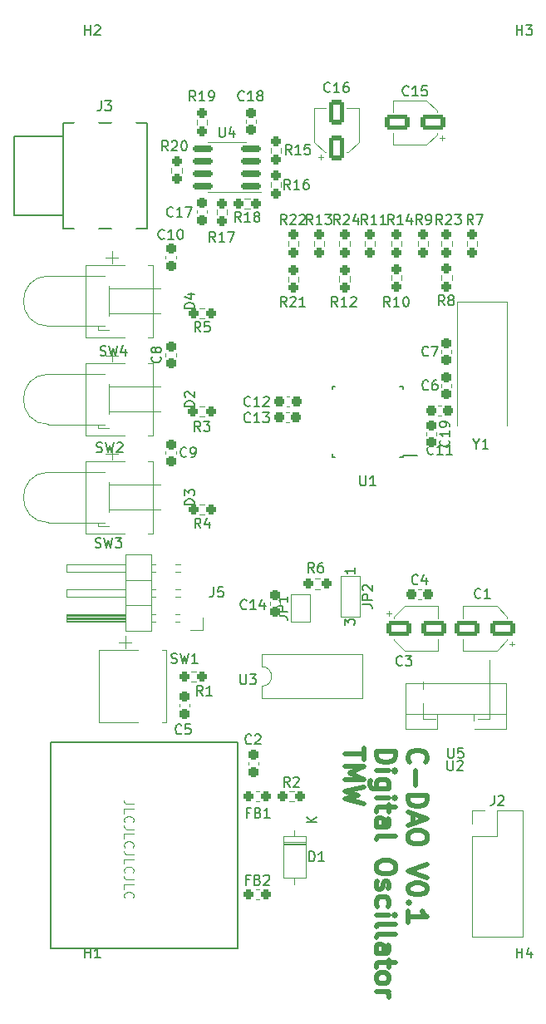
<source format=gto>
%TF.GenerationSoftware,KiCad,Pcbnew,(6.0.2)*%
%TF.CreationDate,2022-03-15T10:04:13+02:00*%
%TF.ProjectId,C-DAO,432d4441-4f2e-46b6-9963-61645f706362,0.1*%
%TF.SameCoordinates,Original*%
%TF.FileFunction,Legend,Top*%
%TF.FilePolarity,Positive*%
%FSLAX46Y46*%
G04 Gerber Fmt 4.6, Leading zero omitted, Abs format (unit mm)*
G04 Created by KiCad (PCBNEW (6.0.2)) date 2022-03-15 10:04:13*
%MOMM*%
%LPD*%
G01*
G04 APERTURE LIST*
G04 Aperture macros list*
%AMRoundRect*
0 Rectangle with rounded corners*
0 $1 Rounding radius*
0 $2 $3 $4 $5 $6 $7 $8 $9 X,Y pos of 4 corners*
0 Add a 4 corners polygon primitive as box body*
4,1,4,$2,$3,$4,$5,$6,$7,$8,$9,$2,$3,0*
0 Add four circle primitives for the rounded corners*
1,1,$1+$1,$2,$3*
1,1,$1+$1,$4,$5*
1,1,$1+$1,$6,$7*
1,1,$1+$1,$8,$9*
0 Add four rect primitives between the rounded corners*
20,1,$1+$1,$2,$3,$4,$5,0*
20,1,$1+$1,$4,$5,$6,$7,0*
20,1,$1+$1,$6,$7,$8,$9,0*
20,1,$1+$1,$8,$9,$2,$3,0*%
G04 Aperture macros list end*
%ADD10C,0.125000*%
%ADD11C,0.500000*%
%ADD12C,0.150000*%
%ADD13C,0.120000*%
%ADD14C,1.498600*%
%ADD15C,1.803400*%
%ADD16R,1.800000X1.800000*%
%ADD17C,1.800000*%
%ADD18R,1.600000X0.550000*%
%ADD19R,0.550000X1.600000*%
%ADD20R,1.500000X1.000000*%
%ADD21RoundRect,0.237500X0.237500X-0.250000X0.237500X0.250000X-0.237500X0.250000X-0.237500X-0.250000X0*%
%ADD22C,3.600000*%
%ADD23C,5.600000*%
%ADD24RoundRect,0.237500X0.250000X0.237500X-0.250000X0.237500X-0.250000X-0.237500X0.250000X-0.237500X0*%
%ADD25RoundRect,0.237500X0.237500X-0.300000X0.237500X0.300000X-0.237500X0.300000X-0.237500X-0.300000X0*%
%ADD26C,2.800000*%
%ADD27R,1.700000X1.700000*%
%ADD28O,1.700000X1.700000*%
%ADD29RoundRect,0.237500X-0.237500X0.300000X-0.237500X-0.300000X0.237500X-0.300000X0.237500X0.300000X0*%
%ADD30RoundRect,0.237500X-0.250000X-0.237500X0.250000X-0.237500X0.250000X0.237500X-0.250000X0.237500X0*%
%ADD31R,1.905000X2.000000*%
%ADD32O,1.905000X2.000000*%
%ADD33RoundRect,0.237500X0.300000X0.237500X-0.300000X0.237500X-0.300000X-0.237500X0.300000X-0.237500X0*%
%ADD34RoundRect,0.237500X-0.237500X0.250000X-0.237500X-0.250000X0.237500X-0.250000X0.237500X0.250000X0*%
%ADD35RoundRect,0.250000X1.050000X0.550000X-1.050000X0.550000X-1.050000X-0.550000X1.050000X-0.550000X0*%
%ADD36RoundRect,0.237500X-0.300000X-0.237500X0.300000X-0.237500X0.300000X0.237500X-0.300000X0.237500X0*%
%ADD37RoundRect,0.237500X-0.287500X-0.237500X0.287500X-0.237500X0.287500X0.237500X-0.287500X0.237500X0*%
%ADD38R,1.600000X2.400000*%
%ADD39O,1.600000X2.400000*%
%ADD40R,1.500000X2.000000*%
%ADD41R,3.800000X2.000000*%
%ADD42R,2.000000X4.500000*%
%ADD43R,1.600000X1.600000*%
%ADD44O,1.600000X1.600000*%
%ADD45C,2.400000*%
%ADD46RoundRect,0.250000X-1.050000X-0.550000X1.050000X-0.550000X1.050000X0.550000X-1.050000X0.550000X0*%
%ADD47RoundRect,0.250000X0.550000X-1.050000X0.550000X1.050000X-0.550000X1.050000X-0.550000X-1.050000X0*%
%ADD48RoundRect,0.150000X0.825000X0.150000X-0.825000X0.150000X-0.825000X-0.150000X0.825000X-0.150000X0*%
G04 APERTURE END LIST*
D10*
X114212619Y-128984952D02*
X113498333Y-128984952D01*
X113355476Y-128937333D01*
X113260238Y-128842095D01*
X113212619Y-128699238D01*
X113212619Y-128604000D01*
X113212619Y-129937333D02*
X113212619Y-129461142D01*
X114212619Y-129461142D01*
X113307857Y-130842095D02*
X113260238Y-130794476D01*
X113212619Y-130651619D01*
X113212619Y-130556380D01*
X113260238Y-130413523D01*
X113355476Y-130318285D01*
X113450714Y-130270666D01*
X113641190Y-130223047D01*
X113784047Y-130223047D01*
X113974523Y-130270666D01*
X114069761Y-130318285D01*
X114165000Y-130413523D01*
X114212619Y-130556380D01*
X114212619Y-130651619D01*
X114165000Y-130794476D01*
X114117380Y-130842095D01*
X114212619Y-131556380D02*
X113498333Y-131556380D01*
X113355476Y-131508761D01*
X113260238Y-131413523D01*
X113212619Y-131270666D01*
X113212619Y-131175428D01*
X113212619Y-132508761D02*
X113212619Y-132032571D01*
X114212619Y-132032571D01*
X113307857Y-133413523D02*
X113260238Y-133365904D01*
X113212619Y-133223047D01*
X113212619Y-133127809D01*
X113260238Y-132984952D01*
X113355476Y-132889714D01*
X113450714Y-132842095D01*
X113641190Y-132794476D01*
X113784047Y-132794476D01*
X113974523Y-132842095D01*
X114069761Y-132889714D01*
X114165000Y-132984952D01*
X114212619Y-133127809D01*
X114212619Y-133223047D01*
X114165000Y-133365904D01*
X114117380Y-133413523D01*
X114212619Y-134127809D02*
X113498333Y-134127809D01*
X113355476Y-134080190D01*
X113260238Y-133984952D01*
X113212619Y-133842095D01*
X113212619Y-133746857D01*
X113212619Y-135080190D02*
X113212619Y-134604000D01*
X114212619Y-134604000D01*
X113307857Y-135984952D02*
X113260238Y-135937333D01*
X113212619Y-135794476D01*
X113212619Y-135699238D01*
X113260238Y-135556380D01*
X113355476Y-135461142D01*
X113450714Y-135413523D01*
X113641190Y-135365904D01*
X113784047Y-135365904D01*
X113974523Y-135413523D01*
X114069761Y-135461142D01*
X114165000Y-135556380D01*
X114212619Y-135699238D01*
X114212619Y-135794476D01*
X114165000Y-135937333D01*
X114117380Y-135984952D01*
X114212619Y-136699238D02*
X113498333Y-136699238D01*
X113355476Y-136651619D01*
X113260238Y-136556380D01*
X113212619Y-136413523D01*
X113212619Y-136318285D01*
X113212619Y-137651619D02*
X113212619Y-137175428D01*
X114212619Y-137175428D01*
X113307857Y-138556380D02*
X113260238Y-138508761D01*
X113212619Y-138365904D01*
X113212619Y-138270666D01*
X113260238Y-138127809D01*
X113355476Y-138032571D01*
X113450714Y-137984952D01*
X113641190Y-137937333D01*
X113784047Y-137937333D01*
X113974523Y-137984952D01*
X114069761Y-138032571D01*
X114165000Y-138127809D01*
X114212619Y-138270666D01*
X114212619Y-138365904D01*
X114165000Y-138508761D01*
X114117380Y-138556380D01*
D11*
X142332714Y-124753047D02*
X142237476Y-124657809D01*
X142142238Y-124372095D01*
X142142238Y-124181619D01*
X142237476Y-123895904D01*
X142427952Y-123705428D01*
X142618428Y-123610190D01*
X142999380Y-123514952D01*
X143285095Y-123514952D01*
X143666047Y-123610190D01*
X143856523Y-123705428D01*
X144047000Y-123895904D01*
X144142238Y-124181619D01*
X144142238Y-124372095D01*
X144047000Y-124657809D01*
X143951761Y-124753047D01*
X142904142Y-125610190D02*
X142904142Y-127134000D01*
X142142238Y-128086380D02*
X144142238Y-128086380D01*
X144142238Y-128562571D01*
X144047000Y-128848285D01*
X143856523Y-129038761D01*
X143666047Y-129134000D01*
X143285095Y-129229238D01*
X142999380Y-129229238D01*
X142618428Y-129134000D01*
X142427952Y-129038761D01*
X142237476Y-128848285D01*
X142142238Y-128562571D01*
X142142238Y-128086380D01*
X142713666Y-129991142D02*
X142713666Y-130943523D01*
X142142238Y-129800666D02*
X144142238Y-130467333D01*
X142142238Y-131134000D01*
X144142238Y-132181619D02*
X144142238Y-132562571D01*
X144047000Y-132753047D01*
X143856523Y-132943523D01*
X143475571Y-133038761D01*
X142808904Y-133038761D01*
X142427952Y-132943523D01*
X142237476Y-132753047D01*
X142142238Y-132562571D01*
X142142238Y-132181619D01*
X142237476Y-131991142D01*
X142427952Y-131800666D01*
X142808904Y-131705428D01*
X143475571Y-131705428D01*
X143856523Y-131800666D01*
X144047000Y-131991142D01*
X144142238Y-132181619D01*
X144142238Y-135134000D02*
X142142238Y-135800666D01*
X144142238Y-136467333D01*
X144142238Y-137514952D02*
X144142238Y-137705428D01*
X144047000Y-137895904D01*
X143951761Y-137991142D01*
X143761285Y-138086380D01*
X143380333Y-138181619D01*
X142904142Y-138181619D01*
X142523190Y-138086380D01*
X142332714Y-137991142D01*
X142237476Y-137895904D01*
X142142238Y-137705428D01*
X142142238Y-137514952D01*
X142237476Y-137324476D01*
X142332714Y-137229238D01*
X142523190Y-137134000D01*
X142904142Y-137038761D01*
X143380333Y-137038761D01*
X143761285Y-137134000D01*
X143951761Y-137229238D01*
X144047000Y-137324476D01*
X144142238Y-137514952D01*
X142332714Y-139038761D02*
X142237476Y-139134000D01*
X142142238Y-139038761D01*
X142237476Y-138943523D01*
X142332714Y-139038761D01*
X142142238Y-139038761D01*
X142142238Y-141038761D02*
X142142238Y-139895904D01*
X142142238Y-140467333D02*
X144142238Y-140467333D01*
X143856523Y-140276857D01*
X143666047Y-140086380D01*
X143570809Y-139895904D01*
X138922238Y-123610190D02*
X140922238Y-123610190D01*
X140922238Y-124086380D01*
X140827000Y-124372095D01*
X140636523Y-124562571D01*
X140446047Y-124657809D01*
X140065095Y-124753047D01*
X139779380Y-124753047D01*
X139398428Y-124657809D01*
X139207952Y-124562571D01*
X139017476Y-124372095D01*
X138922238Y-124086380D01*
X138922238Y-123610190D01*
X138922238Y-125610190D02*
X140255571Y-125610190D01*
X140922238Y-125610190D02*
X140827000Y-125514952D01*
X140731761Y-125610190D01*
X140827000Y-125705428D01*
X140922238Y-125610190D01*
X140731761Y-125610190D01*
X140255571Y-127419714D02*
X138636523Y-127419714D01*
X138446047Y-127324476D01*
X138350809Y-127229238D01*
X138255571Y-127038761D01*
X138255571Y-126753047D01*
X138350809Y-126562571D01*
X139017476Y-127419714D02*
X138922238Y-127229238D01*
X138922238Y-126848285D01*
X139017476Y-126657809D01*
X139112714Y-126562571D01*
X139303190Y-126467333D01*
X139874619Y-126467333D01*
X140065095Y-126562571D01*
X140160333Y-126657809D01*
X140255571Y-126848285D01*
X140255571Y-127229238D01*
X140160333Y-127419714D01*
X138922238Y-128372095D02*
X140255571Y-128372095D01*
X140922238Y-128372095D02*
X140827000Y-128276857D01*
X140731761Y-128372095D01*
X140827000Y-128467333D01*
X140922238Y-128372095D01*
X140731761Y-128372095D01*
X140255571Y-129038761D02*
X140255571Y-129800666D01*
X140922238Y-129324476D02*
X139207952Y-129324476D01*
X139017476Y-129419714D01*
X138922238Y-129610190D01*
X138922238Y-129800666D01*
X138922238Y-131324476D02*
X139969857Y-131324476D01*
X140160333Y-131229238D01*
X140255571Y-131038761D01*
X140255571Y-130657809D01*
X140160333Y-130467333D01*
X139017476Y-131324476D02*
X138922238Y-131134000D01*
X138922238Y-130657809D01*
X139017476Y-130467333D01*
X139207952Y-130372095D01*
X139398428Y-130372095D01*
X139588904Y-130467333D01*
X139684142Y-130657809D01*
X139684142Y-131134000D01*
X139779380Y-131324476D01*
X138922238Y-132562571D02*
X139017476Y-132372095D01*
X139207952Y-132276857D01*
X140922238Y-132276857D01*
X140922238Y-135229238D02*
X140922238Y-135610190D01*
X140827000Y-135800666D01*
X140636523Y-135991142D01*
X140255571Y-136086380D01*
X139588904Y-136086380D01*
X139207952Y-135991142D01*
X139017476Y-135800666D01*
X138922238Y-135610190D01*
X138922238Y-135229238D01*
X139017476Y-135038761D01*
X139207952Y-134848285D01*
X139588904Y-134753047D01*
X140255571Y-134753047D01*
X140636523Y-134848285D01*
X140827000Y-135038761D01*
X140922238Y-135229238D01*
X139017476Y-136848285D02*
X138922238Y-137038761D01*
X138922238Y-137419714D01*
X139017476Y-137610190D01*
X139207952Y-137705428D01*
X139303190Y-137705428D01*
X139493666Y-137610190D01*
X139588904Y-137419714D01*
X139588904Y-137134000D01*
X139684142Y-136943523D01*
X139874619Y-136848285D01*
X139969857Y-136848285D01*
X140160333Y-136943523D01*
X140255571Y-137134000D01*
X140255571Y-137419714D01*
X140160333Y-137610190D01*
X139017476Y-139419714D02*
X138922238Y-139229238D01*
X138922238Y-138848285D01*
X139017476Y-138657809D01*
X139112714Y-138562571D01*
X139303190Y-138467333D01*
X139874619Y-138467333D01*
X140065095Y-138562571D01*
X140160333Y-138657809D01*
X140255571Y-138848285D01*
X140255571Y-139229238D01*
X140160333Y-139419714D01*
X138922238Y-140276857D02*
X140255571Y-140276857D01*
X140922238Y-140276857D02*
X140827000Y-140181619D01*
X140731761Y-140276857D01*
X140827000Y-140372095D01*
X140922238Y-140276857D01*
X140731761Y-140276857D01*
X138922238Y-141514952D02*
X139017476Y-141324476D01*
X139207952Y-141229238D01*
X140922238Y-141229238D01*
X138922238Y-142562571D02*
X139017476Y-142372095D01*
X139207952Y-142276857D01*
X140922238Y-142276857D01*
X138922238Y-144181619D02*
X139969857Y-144181619D01*
X140160333Y-144086380D01*
X140255571Y-143895904D01*
X140255571Y-143514952D01*
X140160333Y-143324476D01*
X139017476Y-144181619D02*
X138922238Y-143991142D01*
X138922238Y-143514952D01*
X139017476Y-143324476D01*
X139207952Y-143229238D01*
X139398428Y-143229238D01*
X139588904Y-143324476D01*
X139684142Y-143514952D01*
X139684142Y-143991142D01*
X139779380Y-144181619D01*
X140255571Y-144848285D02*
X140255571Y-145610190D01*
X140922238Y-145134000D02*
X139207952Y-145134000D01*
X139017476Y-145229238D01*
X138922238Y-145419714D01*
X138922238Y-145610190D01*
X138922238Y-146562571D02*
X139017476Y-146372095D01*
X139112714Y-146276857D01*
X139303190Y-146181619D01*
X139874619Y-146181619D01*
X140065095Y-146276857D01*
X140160333Y-146372095D01*
X140255571Y-146562571D01*
X140255571Y-146848285D01*
X140160333Y-147038761D01*
X140065095Y-147134000D01*
X139874619Y-147229238D01*
X139303190Y-147229238D01*
X139112714Y-147134000D01*
X139017476Y-147038761D01*
X138922238Y-146848285D01*
X138922238Y-146562571D01*
X138922238Y-148086380D02*
X140255571Y-148086380D01*
X139874619Y-148086380D02*
X140065095Y-148181619D01*
X140160333Y-148276857D01*
X140255571Y-148467333D01*
X140255571Y-148657809D01*
X137702238Y-123324476D02*
X137702238Y-124467333D01*
X135702238Y-123895904D02*
X137702238Y-123895904D01*
X135702238Y-125134000D02*
X137702238Y-125134000D01*
X136273666Y-125800666D01*
X137702238Y-126467333D01*
X135702238Y-126467333D01*
X137702238Y-127229238D02*
X135702238Y-127705428D01*
X137130809Y-128086380D01*
X135702238Y-128467333D01*
X137702238Y-128943523D01*
D12*
X110299666Y-102813761D02*
X110442523Y-102861380D01*
X110680619Y-102861380D01*
X110775857Y-102813761D01*
X110823476Y-102766142D01*
X110871095Y-102670904D01*
X110871095Y-102575666D01*
X110823476Y-102480428D01*
X110775857Y-102432809D01*
X110680619Y-102385190D01*
X110490142Y-102337571D01*
X110394904Y-102289952D01*
X110347285Y-102242333D01*
X110299666Y-102147095D01*
X110299666Y-102051857D01*
X110347285Y-101956619D01*
X110394904Y-101909000D01*
X110490142Y-101861380D01*
X110728238Y-101861380D01*
X110871095Y-101909000D01*
X111204428Y-101861380D02*
X111442523Y-102861380D01*
X111633000Y-102147095D01*
X111823476Y-102861380D01*
X112061571Y-101861380D01*
X112347285Y-101861380D02*
X112966333Y-101861380D01*
X112633000Y-102242333D01*
X112775857Y-102242333D01*
X112871095Y-102289952D01*
X112918714Y-102337571D01*
X112966333Y-102432809D01*
X112966333Y-102670904D01*
X112918714Y-102766142D01*
X112871095Y-102813761D01*
X112775857Y-102861380D01*
X112490142Y-102861380D01*
X112394904Y-102813761D01*
X112347285Y-102766142D01*
X111452380Y-95500000D02*
X111690476Y-95500000D01*
X111595238Y-95738095D02*
X111690476Y-95500000D01*
X111595238Y-95261904D01*
X111880952Y-95642857D02*
X111690476Y-95500000D01*
X111880952Y-95357142D01*
X110426666Y-93100761D02*
X110569523Y-93148380D01*
X110807619Y-93148380D01*
X110902857Y-93100761D01*
X110950476Y-93053142D01*
X110998095Y-92957904D01*
X110998095Y-92862666D01*
X110950476Y-92767428D01*
X110902857Y-92719809D01*
X110807619Y-92672190D01*
X110617142Y-92624571D01*
X110521904Y-92576952D01*
X110474285Y-92529333D01*
X110426666Y-92434095D01*
X110426666Y-92338857D01*
X110474285Y-92243619D01*
X110521904Y-92196000D01*
X110617142Y-92148380D01*
X110855238Y-92148380D01*
X110998095Y-92196000D01*
X111331428Y-92148380D02*
X111569523Y-93148380D01*
X111760000Y-92434095D01*
X111950476Y-93148380D01*
X112188571Y-92148380D01*
X112521904Y-92243619D02*
X112569523Y-92196000D01*
X112664761Y-92148380D01*
X112902857Y-92148380D01*
X112998095Y-92196000D01*
X113045714Y-92243619D01*
X113093333Y-92338857D01*
X113093333Y-92434095D01*
X113045714Y-92576952D01*
X112474285Y-93148380D01*
X113093333Y-93148380D01*
X111452380Y-85500000D02*
X111690476Y-85500000D01*
X111595238Y-85738095D02*
X111690476Y-85500000D01*
X111595238Y-85261904D01*
X111880952Y-85642857D02*
X111690476Y-85500000D01*
X111880952Y-85357142D01*
X110807666Y-83260761D02*
X110950523Y-83308380D01*
X111188619Y-83308380D01*
X111283857Y-83260761D01*
X111331476Y-83213142D01*
X111379095Y-83117904D01*
X111379095Y-83022666D01*
X111331476Y-82927428D01*
X111283857Y-82879809D01*
X111188619Y-82832190D01*
X110998142Y-82784571D01*
X110902904Y-82736952D01*
X110855285Y-82689333D01*
X110807666Y-82594095D01*
X110807666Y-82498857D01*
X110855285Y-82403619D01*
X110902904Y-82356000D01*
X110998142Y-82308380D01*
X111236238Y-82308380D01*
X111379095Y-82356000D01*
X111712428Y-82308380D02*
X111950523Y-83308380D01*
X112141000Y-82594095D01*
X112331476Y-83308380D01*
X112569571Y-82308380D01*
X113379095Y-82641714D02*
X113379095Y-83308380D01*
X113141000Y-82260761D02*
X112902904Y-82975047D01*
X113521952Y-82975047D01*
X111452380Y-75500000D02*
X111690476Y-75500000D01*
X111595238Y-75738095D02*
X111690476Y-75500000D01*
X111595238Y-75261904D01*
X111880952Y-75642857D02*
X111690476Y-75500000D01*
X111880952Y-75357142D01*
X118046666Y-114577761D02*
X118189523Y-114625380D01*
X118427619Y-114625380D01*
X118522857Y-114577761D01*
X118570476Y-114530142D01*
X118618095Y-114434904D01*
X118618095Y-114339666D01*
X118570476Y-114244428D01*
X118522857Y-114196809D01*
X118427619Y-114149190D01*
X118237142Y-114101571D01*
X118141904Y-114053952D01*
X118094285Y-114006333D01*
X118046666Y-113911095D01*
X118046666Y-113815857D01*
X118094285Y-113720619D01*
X118141904Y-113673000D01*
X118237142Y-113625380D01*
X118475238Y-113625380D01*
X118618095Y-113673000D01*
X118951428Y-113625380D02*
X119189523Y-114625380D01*
X119380000Y-113911095D01*
X119570476Y-114625380D01*
X119808571Y-113625380D01*
X120713333Y-114625380D02*
X120141904Y-114625380D01*
X120427619Y-114625380D02*
X120427619Y-113625380D01*
X120332380Y-113768238D01*
X120237142Y-113863476D01*
X120141904Y-113911095D01*
X112816180Y-114720600D02*
X113054276Y-114720600D01*
X112959038Y-114958695D02*
X113054276Y-114720600D01*
X112959038Y-114482504D01*
X113244752Y-114863457D02*
X113054276Y-114720600D01*
X113244752Y-114577742D01*
X120412380Y-78488095D02*
X119412380Y-78488095D01*
X119412380Y-78250000D01*
X119460000Y-78107142D01*
X119555238Y-78011904D01*
X119650476Y-77964285D01*
X119840952Y-77916666D01*
X119983809Y-77916666D01*
X120174285Y-77964285D01*
X120269523Y-78011904D01*
X120364761Y-78107142D01*
X120412380Y-78250000D01*
X120412380Y-78488095D01*
X119745714Y-77059523D02*
X120412380Y-77059523D01*
X119364761Y-77297619D02*
X120079047Y-77535714D01*
X120079047Y-76916666D01*
X120412380Y-98488095D02*
X119412380Y-98488095D01*
X119412380Y-98250000D01*
X119460000Y-98107142D01*
X119555238Y-98011904D01*
X119650476Y-97964285D01*
X119840952Y-97916666D01*
X119983809Y-97916666D01*
X120174285Y-97964285D01*
X120269523Y-98011904D01*
X120364761Y-98107142D01*
X120412380Y-98250000D01*
X120412380Y-98488095D01*
X119412380Y-97583333D02*
X119412380Y-96964285D01*
X119793333Y-97297619D01*
X119793333Y-97154761D01*
X119840952Y-97059523D01*
X119888571Y-97011904D01*
X119983809Y-96964285D01*
X120221904Y-96964285D01*
X120317142Y-97011904D01*
X120364761Y-97059523D01*
X120412380Y-97154761D01*
X120412380Y-97440476D01*
X120364761Y-97535714D01*
X120317142Y-97583333D01*
X120412380Y-88488095D02*
X119412380Y-88488095D01*
X119412380Y-88250000D01*
X119460000Y-88107142D01*
X119555238Y-88011904D01*
X119650476Y-87964285D01*
X119840952Y-87916666D01*
X119983809Y-87916666D01*
X120174285Y-87964285D01*
X120269523Y-88011904D01*
X120364761Y-88107142D01*
X120412380Y-88250000D01*
X120412380Y-88488095D01*
X119507619Y-87535714D02*
X119460000Y-87488095D01*
X119412380Y-87392857D01*
X119412380Y-87154761D01*
X119460000Y-87059523D01*
X119507619Y-87011904D01*
X119602857Y-86964285D01*
X119698095Y-86964285D01*
X119840952Y-87011904D01*
X120412380Y-87583333D01*
X120412380Y-86964285D01*
X137287095Y-95545380D02*
X137287095Y-96354904D01*
X137334714Y-96450142D01*
X137382333Y-96497761D01*
X137477571Y-96545380D01*
X137668047Y-96545380D01*
X137763285Y-96497761D01*
X137810904Y-96450142D01*
X137858523Y-96354904D01*
X137858523Y-95545380D01*
X138858523Y-96545380D02*
X138287095Y-96545380D01*
X138572809Y-96545380D02*
X138572809Y-95545380D01*
X138477571Y-95688238D01*
X138382333Y-95783476D01*
X138287095Y-95831095D01*
X137523380Y-108656333D02*
X138237666Y-108656333D01*
X138380523Y-108703952D01*
X138475761Y-108799190D01*
X138523380Y-108942047D01*
X138523380Y-109037285D01*
X138523380Y-108180142D02*
X137523380Y-108180142D01*
X137523380Y-107799190D01*
X137571000Y-107703952D01*
X137618619Y-107656333D01*
X137713857Y-107608714D01*
X137856714Y-107608714D01*
X137951952Y-107656333D01*
X137999571Y-107703952D01*
X138047190Y-107799190D01*
X138047190Y-108180142D01*
X137618619Y-107227761D02*
X137571000Y-107180142D01*
X137523380Y-107084904D01*
X137523380Y-106846809D01*
X137571000Y-106751571D01*
X137618619Y-106703952D01*
X137713857Y-106656333D01*
X137809095Y-106656333D01*
X137951952Y-106703952D01*
X138523380Y-107275380D01*
X138523380Y-106656333D01*
X135723380Y-110756333D02*
X135723380Y-110137285D01*
X136104333Y-110470619D01*
X136104333Y-110327761D01*
X136151952Y-110232523D01*
X136199571Y-110184904D01*
X136294809Y-110137285D01*
X136532904Y-110137285D01*
X136628142Y-110184904D01*
X136675761Y-110232523D01*
X136723380Y-110327761D01*
X136723380Y-110613476D01*
X136675761Y-110708714D01*
X136628142Y-110756333D01*
X136723380Y-104937285D02*
X136723380Y-105508714D01*
X136723380Y-105223000D02*
X135723380Y-105223000D01*
X135866238Y-105318238D01*
X135961476Y-105413476D01*
X136009095Y-105508714D01*
X129786142Y-78303380D02*
X129452809Y-77827190D01*
X129214714Y-78303380D02*
X129214714Y-77303380D01*
X129595666Y-77303380D01*
X129690904Y-77351000D01*
X129738523Y-77398619D01*
X129786142Y-77493857D01*
X129786142Y-77636714D01*
X129738523Y-77731952D01*
X129690904Y-77779571D01*
X129595666Y-77827190D01*
X129214714Y-77827190D01*
X130167095Y-77398619D02*
X130214714Y-77351000D01*
X130309952Y-77303380D01*
X130548047Y-77303380D01*
X130643285Y-77351000D01*
X130690904Y-77398619D01*
X130738523Y-77493857D01*
X130738523Y-77589095D01*
X130690904Y-77731952D01*
X130119476Y-78303380D01*
X130738523Y-78303380D01*
X131690904Y-78303380D02*
X131119476Y-78303380D01*
X131405190Y-78303380D02*
X131405190Y-77303380D01*
X131309952Y-77446238D01*
X131214714Y-77541476D01*
X131119476Y-77589095D01*
X109238095Y-144652380D02*
X109238095Y-143652380D01*
X109238095Y-144128571D02*
X109809523Y-144128571D01*
X109809523Y-144652380D02*
X109809523Y-143652380D01*
X110809523Y-144652380D02*
X110238095Y-144652380D01*
X110523809Y-144652380D02*
X110523809Y-143652380D01*
X110428571Y-143795238D01*
X110333333Y-143890476D01*
X110238095Y-143938095D01*
X129786142Y-69921380D02*
X129452809Y-69445190D01*
X129214714Y-69921380D02*
X129214714Y-68921380D01*
X129595666Y-68921380D01*
X129690904Y-68969000D01*
X129738523Y-69016619D01*
X129786142Y-69111857D01*
X129786142Y-69254714D01*
X129738523Y-69349952D01*
X129690904Y-69397571D01*
X129595666Y-69445190D01*
X129214714Y-69445190D01*
X130167095Y-69016619D02*
X130214714Y-68969000D01*
X130309952Y-68921380D01*
X130548047Y-68921380D01*
X130643285Y-68969000D01*
X130690904Y-69016619D01*
X130738523Y-69111857D01*
X130738523Y-69207095D01*
X130690904Y-69349952D01*
X130119476Y-69921380D01*
X130738523Y-69921380D01*
X131119476Y-69016619D02*
X131167095Y-68969000D01*
X131262333Y-68921380D01*
X131500428Y-68921380D01*
X131595666Y-68969000D01*
X131643285Y-69016619D01*
X131690904Y-69111857D01*
X131690904Y-69207095D01*
X131643285Y-69349952D01*
X131071857Y-69921380D01*
X131690904Y-69921380D01*
X132592333Y-105401380D02*
X132259000Y-104925190D01*
X132020904Y-105401380D02*
X132020904Y-104401380D01*
X132401857Y-104401380D01*
X132497095Y-104449000D01*
X132544714Y-104496619D01*
X132592333Y-104591857D01*
X132592333Y-104734714D01*
X132544714Y-104829952D01*
X132497095Y-104877571D01*
X132401857Y-104925190D01*
X132020904Y-104925190D01*
X133449476Y-104401380D02*
X133259000Y-104401380D01*
X133163761Y-104449000D01*
X133116142Y-104496619D01*
X133020904Y-104639476D01*
X132973285Y-104829952D01*
X132973285Y-105210904D01*
X133020904Y-105306142D01*
X133068523Y-105353761D01*
X133163761Y-105401380D01*
X133354238Y-105401380D01*
X133449476Y-105353761D01*
X133497095Y-105306142D01*
X133544714Y-105210904D01*
X133544714Y-104972809D01*
X133497095Y-104877571D01*
X133449476Y-104829952D01*
X133354238Y-104782333D01*
X133163761Y-104782333D01*
X133068523Y-104829952D01*
X133020904Y-104877571D01*
X132973285Y-104972809D01*
X125468142Y-57253142D02*
X125420523Y-57300761D01*
X125277666Y-57348380D01*
X125182428Y-57348380D01*
X125039571Y-57300761D01*
X124944333Y-57205523D01*
X124896714Y-57110285D01*
X124849095Y-56919809D01*
X124849095Y-56776952D01*
X124896714Y-56586476D01*
X124944333Y-56491238D01*
X125039571Y-56396000D01*
X125182428Y-56348380D01*
X125277666Y-56348380D01*
X125420523Y-56396000D01*
X125468142Y-56443619D01*
X126420523Y-57348380D02*
X125849095Y-57348380D01*
X126134809Y-57348380D02*
X126134809Y-56348380D01*
X126039571Y-56491238D01*
X125944333Y-56586476D01*
X125849095Y-56634095D01*
X126991952Y-56776952D02*
X126896714Y-56729333D01*
X126849095Y-56681714D01*
X126801476Y-56586476D01*
X126801476Y-56538857D01*
X126849095Y-56443619D01*
X126896714Y-56396000D01*
X126991952Y-56348380D01*
X127182428Y-56348380D01*
X127277666Y-56396000D01*
X127325285Y-56443619D01*
X127372904Y-56538857D01*
X127372904Y-56586476D01*
X127325285Y-56681714D01*
X127277666Y-56729333D01*
X127182428Y-56776952D01*
X126991952Y-56776952D01*
X126896714Y-56824571D01*
X126849095Y-56872190D01*
X126801476Y-56967428D01*
X126801476Y-57157904D01*
X126849095Y-57253142D01*
X126896714Y-57300761D01*
X126991952Y-57348380D01*
X127182428Y-57348380D01*
X127277666Y-57300761D01*
X127325285Y-57253142D01*
X127372904Y-57157904D01*
X127372904Y-56967428D01*
X127325285Y-56872190D01*
X127277666Y-56824571D01*
X127182428Y-56776952D01*
X132453142Y-69921380D02*
X132119809Y-69445190D01*
X131881714Y-69921380D02*
X131881714Y-68921380D01*
X132262666Y-68921380D01*
X132357904Y-68969000D01*
X132405523Y-69016619D01*
X132453142Y-69111857D01*
X132453142Y-69254714D01*
X132405523Y-69349952D01*
X132357904Y-69397571D01*
X132262666Y-69445190D01*
X131881714Y-69445190D01*
X133405523Y-69921380D02*
X132834095Y-69921380D01*
X133119809Y-69921380D02*
X133119809Y-68921380D01*
X133024571Y-69064238D01*
X132929333Y-69159476D01*
X132834095Y-69207095D01*
X133738857Y-68921380D02*
X134357904Y-68921380D01*
X134024571Y-69302333D01*
X134167428Y-69302333D01*
X134262666Y-69349952D01*
X134310285Y-69397571D01*
X134357904Y-69492809D01*
X134357904Y-69730904D01*
X134310285Y-69826142D01*
X134262666Y-69873761D01*
X134167428Y-69921380D01*
X133881714Y-69921380D01*
X133786476Y-69873761D01*
X133738857Y-69826142D01*
X121245333Y-117927380D02*
X120912000Y-117451190D01*
X120673904Y-117927380D02*
X120673904Y-116927380D01*
X121054857Y-116927380D01*
X121150095Y-116975000D01*
X121197714Y-117022619D01*
X121245333Y-117117857D01*
X121245333Y-117260714D01*
X121197714Y-117355952D01*
X121150095Y-117403571D01*
X121054857Y-117451190D01*
X120673904Y-117451190D01*
X122197714Y-117927380D02*
X121626285Y-117927380D01*
X121912000Y-117927380D02*
X121912000Y-116927380D01*
X121816761Y-117070238D01*
X121721523Y-117165476D01*
X121626285Y-117213095D01*
X153238095Y-50652380D02*
X153238095Y-49652380D01*
X153238095Y-50128571D02*
X153809523Y-50128571D01*
X153809523Y-50652380D02*
X153809523Y-49652380D01*
X154190476Y-49652380D02*
X154809523Y-49652380D01*
X154476190Y-50033333D01*
X154619047Y-50033333D01*
X154714285Y-50080952D01*
X154761904Y-50128571D01*
X154809523Y-50223809D01*
X154809523Y-50461904D01*
X154761904Y-50557142D01*
X154714285Y-50604761D01*
X154619047Y-50652380D01*
X154333333Y-50652380D01*
X154238095Y-50604761D01*
X154190476Y-50557142D01*
X110918666Y-57364380D02*
X110918666Y-58078666D01*
X110871047Y-58221523D01*
X110775809Y-58316761D01*
X110632952Y-58364380D01*
X110537714Y-58364380D01*
X111299619Y-57364380D02*
X111918666Y-57364380D01*
X111585333Y-57745333D01*
X111728190Y-57745333D01*
X111823428Y-57792952D01*
X111871047Y-57840571D01*
X111918666Y-57935809D01*
X111918666Y-58173904D01*
X111871047Y-58269142D01*
X111823428Y-58316761D01*
X111728190Y-58364380D01*
X111442476Y-58364380D01*
X111347238Y-58316761D01*
X111299619Y-58269142D01*
X122348666Y-106894380D02*
X122348666Y-107608666D01*
X122301047Y-107751523D01*
X122205809Y-107846761D01*
X122062952Y-107894380D01*
X121967714Y-107894380D01*
X123301047Y-106894380D02*
X122824857Y-106894380D01*
X122777238Y-107370571D01*
X122824857Y-107322952D01*
X122920095Y-107275333D01*
X123158190Y-107275333D01*
X123253428Y-107322952D01*
X123301047Y-107370571D01*
X123348666Y-107465809D01*
X123348666Y-107703904D01*
X123301047Y-107799142D01*
X123253428Y-107846761D01*
X123158190Y-107894380D01*
X122920095Y-107894380D01*
X122824857Y-107846761D01*
X122777238Y-107799142D01*
X118229142Y-69064142D02*
X118181523Y-69111761D01*
X118038666Y-69159380D01*
X117943428Y-69159380D01*
X117800571Y-69111761D01*
X117705333Y-69016523D01*
X117657714Y-68921285D01*
X117610095Y-68730809D01*
X117610095Y-68587952D01*
X117657714Y-68397476D01*
X117705333Y-68302238D01*
X117800571Y-68207000D01*
X117943428Y-68159380D01*
X118038666Y-68159380D01*
X118181523Y-68207000D01*
X118229142Y-68254619D01*
X119181523Y-69159380D02*
X118610095Y-69159380D01*
X118895809Y-69159380D02*
X118895809Y-68159380D01*
X118800571Y-68302238D01*
X118705333Y-68397476D01*
X118610095Y-68445095D01*
X119514857Y-68159380D02*
X120181523Y-68159380D01*
X119752952Y-69159380D01*
X126198333Y-122785142D02*
X126150714Y-122832761D01*
X126007857Y-122880380D01*
X125912619Y-122880380D01*
X125769761Y-122832761D01*
X125674523Y-122737523D01*
X125626904Y-122642285D01*
X125579285Y-122451809D01*
X125579285Y-122308952D01*
X125626904Y-122118476D01*
X125674523Y-122023238D01*
X125769761Y-121928000D01*
X125912619Y-121880380D01*
X126007857Y-121880380D01*
X126150714Y-121928000D01*
X126198333Y-121975619D01*
X126579285Y-121975619D02*
X126626904Y-121928000D01*
X126722142Y-121880380D01*
X126960238Y-121880380D01*
X127055476Y-121928000D01*
X127103095Y-121975619D01*
X127150714Y-122070857D01*
X127150714Y-122166095D01*
X127103095Y-122308952D01*
X126531666Y-122880380D01*
X127150714Y-122880380D01*
X153238095Y-144652380D02*
X153238095Y-143652380D01*
X153238095Y-144128571D02*
X153809523Y-144128571D01*
X153809523Y-144652380D02*
X153809523Y-143652380D01*
X154714285Y-143985714D02*
X154714285Y-144652380D01*
X154476190Y-143604761D02*
X154238095Y-144319047D01*
X154857142Y-144319047D01*
X150936666Y-128122380D02*
X150936666Y-128836666D01*
X150889047Y-128979523D01*
X150793809Y-129074761D01*
X150650952Y-129122380D01*
X150555714Y-129122380D01*
X151365238Y-128217619D02*
X151412857Y-128170000D01*
X151508095Y-128122380D01*
X151746190Y-128122380D01*
X151841428Y-128170000D01*
X151889047Y-128217619D01*
X151936666Y-128312857D01*
X151936666Y-128408095D01*
X151889047Y-128550952D01*
X151317619Y-129122380D01*
X151936666Y-129122380D01*
X138041142Y-69921380D02*
X137707809Y-69445190D01*
X137469714Y-69921380D02*
X137469714Y-68921380D01*
X137850666Y-68921380D01*
X137945904Y-68969000D01*
X137993523Y-69016619D01*
X138041142Y-69111857D01*
X138041142Y-69254714D01*
X137993523Y-69349952D01*
X137945904Y-69397571D01*
X137850666Y-69445190D01*
X137469714Y-69445190D01*
X138993523Y-69921380D02*
X138422095Y-69921380D01*
X138707809Y-69921380D02*
X138707809Y-68921380D01*
X138612571Y-69064238D01*
X138517333Y-69159476D01*
X138422095Y-69207095D01*
X139945904Y-69921380D02*
X139374476Y-69921380D01*
X139660190Y-69921380D02*
X139660190Y-68921380D01*
X139564952Y-69064238D01*
X139469714Y-69159476D01*
X139374476Y-69207095D01*
X130120833Y-127222380D02*
X129787500Y-126746190D01*
X129549404Y-127222380D02*
X129549404Y-126222380D01*
X129930357Y-126222380D01*
X130025595Y-126270000D01*
X130073214Y-126317619D01*
X130120833Y-126412857D01*
X130120833Y-126555714D01*
X130073214Y-126650952D01*
X130025595Y-126698571D01*
X129930357Y-126746190D01*
X129549404Y-126746190D01*
X130501785Y-126317619D02*
X130549404Y-126270000D01*
X130644642Y-126222380D01*
X130882738Y-126222380D01*
X130977976Y-126270000D01*
X131025595Y-126317619D01*
X131073214Y-126412857D01*
X131073214Y-126508095D01*
X131025595Y-126650952D01*
X130454166Y-127222380D01*
X131073214Y-127222380D01*
X121033333Y-80882380D02*
X120700000Y-80406190D01*
X120461904Y-80882380D02*
X120461904Y-79882380D01*
X120842857Y-79882380D01*
X120938095Y-79930000D01*
X120985714Y-79977619D01*
X121033333Y-80072857D01*
X121033333Y-80215714D01*
X120985714Y-80310952D01*
X120938095Y-80358571D01*
X120842857Y-80406190D01*
X120461904Y-80406190D01*
X121938095Y-79882380D02*
X121461904Y-79882380D01*
X121414285Y-80358571D01*
X121461904Y-80310952D01*
X121557142Y-80263333D01*
X121795238Y-80263333D01*
X121890476Y-80310952D01*
X121938095Y-80358571D01*
X121985714Y-80453809D01*
X121985714Y-80691904D01*
X121938095Y-80787142D01*
X121890476Y-80834761D01*
X121795238Y-80882380D01*
X121557142Y-80882380D01*
X121461904Y-80834761D01*
X121414285Y-80787142D01*
X146238095Y-123277380D02*
X146238095Y-124086904D01*
X146285714Y-124182142D01*
X146333333Y-124229761D01*
X146428571Y-124277380D01*
X146619047Y-124277380D01*
X146714285Y-124229761D01*
X146761904Y-124182142D01*
X146809523Y-124086904D01*
X146809523Y-123277380D01*
X147761904Y-123277380D02*
X147285714Y-123277380D01*
X147238095Y-123753571D01*
X147285714Y-123705952D01*
X147380952Y-123658333D01*
X147619047Y-123658333D01*
X147714285Y-123705952D01*
X147761904Y-123753571D01*
X147809523Y-123848809D01*
X147809523Y-124086904D01*
X147761904Y-124182142D01*
X147714285Y-124229761D01*
X147619047Y-124277380D01*
X147380952Y-124277380D01*
X147285714Y-124229761D01*
X147238095Y-124182142D01*
X145883333Y-78176380D02*
X145550000Y-77700190D01*
X145311904Y-78176380D02*
X145311904Y-77176380D01*
X145692857Y-77176380D01*
X145788095Y-77224000D01*
X145835714Y-77271619D01*
X145883333Y-77366857D01*
X145883333Y-77509714D01*
X145835714Y-77604952D01*
X145788095Y-77652571D01*
X145692857Y-77700190D01*
X145311904Y-77700190D01*
X146454761Y-77604952D02*
X146359523Y-77557333D01*
X146311904Y-77509714D01*
X146264285Y-77414476D01*
X146264285Y-77366857D01*
X146311904Y-77271619D01*
X146359523Y-77224000D01*
X146454761Y-77176380D01*
X146645238Y-77176380D01*
X146740476Y-77224000D01*
X146788095Y-77271619D01*
X146835714Y-77366857D01*
X146835714Y-77414476D01*
X146788095Y-77509714D01*
X146740476Y-77557333D01*
X146645238Y-77604952D01*
X146454761Y-77604952D01*
X146359523Y-77652571D01*
X146311904Y-77700190D01*
X146264285Y-77795428D01*
X146264285Y-77985904D01*
X146311904Y-78081142D01*
X146359523Y-78128761D01*
X146454761Y-78176380D01*
X146645238Y-78176380D01*
X146740476Y-78128761D01*
X146788095Y-78081142D01*
X146835714Y-77985904D01*
X146835714Y-77795428D01*
X146788095Y-77700190D01*
X146740476Y-77652571D01*
X146645238Y-77604952D01*
X126103142Y-90019142D02*
X126055523Y-90066761D01*
X125912666Y-90114380D01*
X125817428Y-90114380D01*
X125674571Y-90066761D01*
X125579333Y-89971523D01*
X125531714Y-89876285D01*
X125484095Y-89685809D01*
X125484095Y-89542952D01*
X125531714Y-89352476D01*
X125579333Y-89257238D01*
X125674571Y-89162000D01*
X125817428Y-89114380D01*
X125912666Y-89114380D01*
X126055523Y-89162000D01*
X126103142Y-89209619D01*
X127055523Y-90114380D02*
X126484095Y-90114380D01*
X126769809Y-90114380D02*
X126769809Y-89114380D01*
X126674571Y-89257238D01*
X126579333Y-89352476D01*
X126484095Y-89400095D01*
X127388857Y-89114380D02*
X128007904Y-89114380D01*
X127674571Y-89495333D01*
X127817428Y-89495333D01*
X127912666Y-89542952D01*
X127960285Y-89590571D01*
X128007904Y-89685809D01*
X128007904Y-89923904D01*
X127960285Y-90019142D01*
X127912666Y-90066761D01*
X127817428Y-90114380D01*
X127531714Y-90114380D01*
X127436476Y-90066761D01*
X127388857Y-90019142D01*
X130167142Y-66365380D02*
X129833809Y-65889190D01*
X129595714Y-66365380D02*
X129595714Y-65365380D01*
X129976666Y-65365380D01*
X130071904Y-65413000D01*
X130119523Y-65460619D01*
X130167142Y-65555857D01*
X130167142Y-65698714D01*
X130119523Y-65793952D01*
X130071904Y-65841571D01*
X129976666Y-65889190D01*
X129595714Y-65889190D01*
X131119523Y-66365380D02*
X130548095Y-66365380D01*
X130833809Y-66365380D02*
X130833809Y-65365380D01*
X130738571Y-65508238D01*
X130643333Y-65603476D01*
X130548095Y-65651095D01*
X131976666Y-65365380D02*
X131786190Y-65365380D01*
X131690952Y-65413000D01*
X131643333Y-65460619D01*
X131548095Y-65603476D01*
X131500476Y-65793952D01*
X131500476Y-66174904D01*
X131548095Y-66270142D01*
X131595714Y-66317761D01*
X131690952Y-66365380D01*
X131881428Y-66365380D01*
X131976666Y-66317761D01*
X132024285Y-66270142D01*
X132071904Y-66174904D01*
X132071904Y-65936809D01*
X132024285Y-65841571D01*
X131976666Y-65793952D01*
X131881428Y-65746333D01*
X131690952Y-65746333D01*
X131595714Y-65793952D01*
X131548095Y-65841571D01*
X131500476Y-65936809D01*
X143597333Y-69921380D02*
X143264000Y-69445190D01*
X143025904Y-69921380D02*
X143025904Y-68921380D01*
X143406857Y-68921380D01*
X143502095Y-68969000D01*
X143549714Y-69016619D01*
X143597333Y-69111857D01*
X143597333Y-69254714D01*
X143549714Y-69349952D01*
X143502095Y-69397571D01*
X143406857Y-69445190D01*
X143025904Y-69445190D01*
X144073523Y-69921380D02*
X144264000Y-69921380D01*
X144359238Y-69873761D01*
X144406857Y-69826142D01*
X144502095Y-69683285D01*
X144549714Y-69492809D01*
X144549714Y-69111857D01*
X144502095Y-69016619D01*
X144454476Y-68969000D01*
X144359238Y-68921380D01*
X144168761Y-68921380D01*
X144073523Y-68969000D01*
X144025904Y-69016619D01*
X143978285Y-69111857D01*
X143978285Y-69349952D01*
X144025904Y-69445190D01*
X144073523Y-69492809D01*
X144168761Y-69540428D01*
X144359238Y-69540428D01*
X144454476Y-69492809D01*
X144502095Y-69445190D01*
X144549714Y-69349952D01*
X142232142Y-56745142D02*
X142184523Y-56792761D01*
X142041666Y-56840380D01*
X141946428Y-56840380D01*
X141803571Y-56792761D01*
X141708333Y-56697523D01*
X141660714Y-56602285D01*
X141613095Y-56411809D01*
X141613095Y-56268952D01*
X141660714Y-56078476D01*
X141708333Y-55983238D01*
X141803571Y-55888000D01*
X141946428Y-55840380D01*
X142041666Y-55840380D01*
X142184523Y-55888000D01*
X142232142Y-55935619D01*
X143184523Y-56840380D02*
X142613095Y-56840380D01*
X142898809Y-56840380D02*
X142898809Y-55840380D01*
X142803571Y-55983238D01*
X142708333Y-56078476D01*
X142613095Y-56126095D01*
X144089285Y-55840380D02*
X143613095Y-55840380D01*
X143565476Y-56316571D01*
X143613095Y-56268952D01*
X143708333Y-56221333D01*
X143946428Y-56221333D01*
X144041666Y-56268952D01*
X144089285Y-56316571D01*
X144136904Y-56411809D01*
X144136904Y-56649904D01*
X144089285Y-56745142D01*
X144041666Y-56792761D01*
X143946428Y-56840380D01*
X143708333Y-56840380D01*
X143613095Y-56792761D01*
X143565476Y-56745142D01*
X117721142Y-62428380D02*
X117387809Y-61952190D01*
X117149714Y-62428380D02*
X117149714Y-61428380D01*
X117530666Y-61428380D01*
X117625904Y-61476000D01*
X117673523Y-61523619D01*
X117721142Y-61618857D01*
X117721142Y-61761714D01*
X117673523Y-61856952D01*
X117625904Y-61904571D01*
X117530666Y-61952190D01*
X117149714Y-61952190D01*
X118102095Y-61523619D02*
X118149714Y-61476000D01*
X118244952Y-61428380D01*
X118483047Y-61428380D01*
X118578285Y-61476000D01*
X118625904Y-61523619D01*
X118673523Y-61618857D01*
X118673523Y-61714095D01*
X118625904Y-61856952D01*
X118054476Y-62428380D01*
X118673523Y-62428380D01*
X119292571Y-61428380D02*
X119387809Y-61428380D01*
X119483047Y-61476000D01*
X119530666Y-61523619D01*
X119578285Y-61618857D01*
X119625904Y-61809333D01*
X119625904Y-62047428D01*
X119578285Y-62237904D01*
X119530666Y-62333142D01*
X119483047Y-62380761D01*
X119387809Y-62428380D01*
X119292571Y-62428380D01*
X119197333Y-62380761D01*
X119149714Y-62333142D01*
X119102095Y-62237904D01*
X119054476Y-62047428D01*
X119054476Y-61809333D01*
X119102095Y-61618857D01*
X119149714Y-61523619D01*
X119197333Y-61476000D01*
X119292571Y-61428380D01*
X135247142Y-69921380D02*
X134913809Y-69445190D01*
X134675714Y-69921380D02*
X134675714Y-68921380D01*
X135056666Y-68921380D01*
X135151904Y-68969000D01*
X135199523Y-69016619D01*
X135247142Y-69111857D01*
X135247142Y-69254714D01*
X135199523Y-69349952D01*
X135151904Y-69397571D01*
X135056666Y-69445190D01*
X134675714Y-69445190D01*
X135628095Y-69016619D02*
X135675714Y-68969000D01*
X135770952Y-68921380D01*
X136009047Y-68921380D01*
X136104285Y-68969000D01*
X136151904Y-69016619D01*
X136199523Y-69111857D01*
X136199523Y-69207095D01*
X136151904Y-69349952D01*
X135580476Y-69921380D01*
X136199523Y-69921380D01*
X137056666Y-69254714D02*
X137056666Y-69921380D01*
X136818571Y-68873761D02*
X136580476Y-69588047D01*
X137199523Y-69588047D01*
X119594333Y-93557142D02*
X119546714Y-93604761D01*
X119403857Y-93652380D01*
X119308619Y-93652380D01*
X119165761Y-93604761D01*
X119070523Y-93509523D01*
X119022904Y-93414285D01*
X118975285Y-93223809D01*
X118975285Y-93080952D01*
X119022904Y-92890476D01*
X119070523Y-92795238D01*
X119165761Y-92700000D01*
X119308619Y-92652380D01*
X119403857Y-92652380D01*
X119546714Y-92700000D01*
X119594333Y-92747619D01*
X120070523Y-93652380D02*
X120261000Y-93652380D01*
X120356238Y-93604761D01*
X120403857Y-93557142D01*
X120499095Y-93414285D01*
X120546714Y-93223809D01*
X120546714Y-92842857D01*
X120499095Y-92747619D01*
X120451476Y-92700000D01*
X120356238Y-92652380D01*
X120165761Y-92652380D01*
X120070523Y-92700000D01*
X120022904Y-92747619D01*
X119975285Y-92842857D01*
X119975285Y-93080952D01*
X120022904Y-93176190D01*
X120070523Y-93223809D01*
X120165761Y-93271428D01*
X120356238Y-93271428D01*
X120451476Y-93223809D01*
X120499095Y-93176190D01*
X120546714Y-93080952D01*
X143170833Y-106527142D02*
X143123214Y-106574761D01*
X142980357Y-106622380D01*
X142885119Y-106622380D01*
X142742261Y-106574761D01*
X142647023Y-106479523D01*
X142599404Y-106384285D01*
X142551785Y-106193809D01*
X142551785Y-106050952D01*
X142599404Y-105860476D01*
X142647023Y-105765238D01*
X142742261Y-105670000D01*
X142885119Y-105622380D01*
X142980357Y-105622380D01*
X143123214Y-105670000D01*
X143170833Y-105717619D01*
X144027976Y-105955714D02*
X144027976Y-106622380D01*
X143789880Y-105574761D02*
X143551785Y-106289047D01*
X144170833Y-106289047D01*
X126039666Y-129849571D02*
X125706333Y-129849571D01*
X125706333Y-130373380D02*
X125706333Y-129373380D01*
X126182523Y-129373380D01*
X126896809Y-129849571D02*
X127039666Y-129897190D01*
X127087285Y-129944809D01*
X127134904Y-130040047D01*
X127134904Y-130182904D01*
X127087285Y-130278142D01*
X127039666Y-130325761D01*
X126944428Y-130373380D01*
X126563476Y-130373380D01*
X126563476Y-129373380D01*
X126896809Y-129373380D01*
X126992047Y-129421000D01*
X127039666Y-129468619D01*
X127087285Y-129563857D01*
X127087285Y-129659095D01*
X127039666Y-129754333D01*
X126992047Y-129801952D01*
X126896809Y-129849571D01*
X126563476Y-129849571D01*
X128087285Y-130373380D02*
X127515857Y-130373380D01*
X127801571Y-130373380D02*
X127801571Y-129373380D01*
X127706333Y-129516238D01*
X127611095Y-129611476D01*
X127515857Y-129659095D01*
X125095095Y-115784380D02*
X125095095Y-116593904D01*
X125142714Y-116689142D01*
X125190333Y-116736761D01*
X125285571Y-116784380D01*
X125476047Y-116784380D01*
X125571285Y-116736761D01*
X125618904Y-116689142D01*
X125666523Y-116593904D01*
X125666523Y-115784380D01*
X126047476Y-115784380D02*
X126666523Y-115784380D01*
X126333190Y-116165333D01*
X126476047Y-116165333D01*
X126571285Y-116212952D01*
X126618904Y-116260571D01*
X126666523Y-116355809D01*
X126666523Y-116593904D01*
X126618904Y-116689142D01*
X126571285Y-116736761D01*
X126476047Y-116784380D01*
X126190333Y-116784380D01*
X126095095Y-116736761D01*
X126047476Y-116689142D01*
X146313142Y-91929357D02*
X146360761Y-91976976D01*
X146408380Y-92119833D01*
X146408380Y-92215071D01*
X146360761Y-92357928D01*
X146265523Y-92453166D01*
X146170285Y-92500785D01*
X145979809Y-92548404D01*
X145836952Y-92548404D01*
X145646476Y-92500785D01*
X145551238Y-92453166D01*
X145456000Y-92357928D01*
X145408380Y-92215071D01*
X145408380Y-92119833D01*
X145456000Y-91976976D01*
X145503619Y-91929357D01*
X146408380Y-90976976D02*
X146408380Y-91548404D01*
X146408380Y-91262690D02*
X145408380Y-91262690D01*
X145551238Y-91357928D01*
X145646476Y-91453166D01*
X145694095Y-91548404D01*
X146408380Y-90500785D02*
X146408380Y-90310309D01*
X146360761Y-90215071D01*
X146313142Y-90167452D01*
X146170285Y-90072214D01*
X145979809Y-90024595D01*
X145598857Y-90024595D01*
X145503619Y-90072214D01*
X145456000Y-90119833D01*
X145408380Y-90215071D01*
X145408380Y-90405547D01*
X145456000Y-90500785D01*
X145503619Y-90548404D01*
X145598857Y-90596023D01*
X145836952Y-90596023D01*
X145932190Y-90548404D01*
X145979809Y-90500785D01*
X146027428Y-90405547D01*
X146027428Y-90215071D01*
X145979809Y-90119833D01*
X145932190Y-90072214D01*
X145836952Y-90024595D01*
X125144642Y-69682380D02*
X124811309Y-69206190D01*
X124573214Y-69682380D02*
X124573214Y-68682380D01*
X124954166Y-68682380D01*
X125049404Y-68730000D01*
X125097023Y-68777619D01*
X125144642Y-68872857D01*
X125144642Y-69015714D01*
X125097023Y-69110952D01*
X125049404Y-69158571D01*
X124954166Y-69206190D01*
X124573214Y-69206190D01*
X126097023Y-69682380D02*
X125525595Y-69682380D01*
X125811309Y-69682380D02*
X125811309Y-68682380D01*
X125716071Y-68825238D01*
X125620833Y-68920476D01*
X125525595Y-68968095D01*
X126668452Y-69110952D02*
X126573214Y-69063333D01*
X126525595Y-69015714D01*
X126477976Y-68920476D01*
X126477976Y-68872857D01*
X126525595Y-68777619D01*
X126573214Y-68730000D01*
X126668452Y-68682380D01*
X126858928Y-68682380D01*
X126954166Y-68730000D01*
X127001785Y-68777619D01*
X127049404Y-68872857D01*
X127049404Y-68920476D01*
X127001785Y-69015714D01*
X126954166Y-69063333D01*
X126858928Y-69110952D01*
X126668452Y-69110952D01*
X126573214Y-69158571D01*
X126525595Y-69206190D01*
X126477976Y-69301428D01*
X126477976Y-69491904D01*
X126525595Y-69587142D01*
X126573214Y-69634761D01*
X126668452Y-69682380D01*
X126858928Y-69682380D01*
X126954166Y-69634761D01*
X127001785Y-69587142D01*
X127049404Y-69491904D01*
X127049404Y-69301428D01*
X127001785Y-69206190D01*
X126954166Y-69158571D01*
X126858928Y-69110952D01*
X121020833Y-91003380D02*
X120687500Y-90527190D01*
X120449404Y-91003380D02*
X120449404Y-90003380D01*
X120830357Y-90003380D01*
X120925595Y-90051000D01*
X120973214Y-90098619D01*
X121020833Y-90193857D01*
X121020833Y-90336714D01*
X120973214Y-90431952D01*
X120925595Y-90479571D01*
X120830357Y-90527190D01*
X120449404Y-90527190D01*
X121354166Y-90003380D02*
X121973214Y-90003380D01*
X121639880Y-90384333D01*
X121782738Y-90384333D01*
X121877976Y-90431952D01*
X121925595Y-90479571D01*
X121973214Y-90574809D01*
X121973214Y-90812904D01*
X121925595Y-90908142D01*
X121877976Y-90955761D01*
X121782738Y-91003380D01*
X121497023Y-91003380D01*
X121401785Y-90955761D01*
X121354166Y-90908142D01*
X122547142Y-71699380D02*
X122213809Y-71223190D01*
X121975714Y-71699380D02*
X121975714Y-70699380D01*
X122356666Y-70699380D01*
X122451904Y-70747000D01*
X122499523Y-70794619D01*
X122547142Y-70889857D01*
X122547142Y-71032714D01*
X122499523Y-71127952D01*
X122451904Y-71175571D01*
X122356666Y-71223190D01*
X121975714Y-71223190D01*
X123499523Y-71699380D02*
X122928095Y-71699380D01*
X123213809Y-71699380D02*
X123213809Y-70699380D01*
X123118571Y-70842238D01*
X123023333Y-70937476D01*
X122928095Y-70985095D01*
X123832857Y-70699380D02*
X124499523Y-70699380D01*
X124070952Y-71699380D01*
X144744142Y-93272142D02*
X144696523Y-93319761D01*
X144553666Y-93367380D01*
X144458428Y-93367380D01*
X144315571Y-93319761D01*
X144220333Y-93224523D01*
X144172714Y-93129285D01*
X144125095Y-92938809D01*
X144125095Y-92795952D01*
X144172714Y-92605476D01*
X144220333Y-92510238D01*
X144315571Y-92415000D01*
X144458428Y-92367380D01*
X144553666Y-92367380D01*
X144696523Y-92415000D01*
X144744142Y-92462619D01*
X145696523Y-93367380D02*
X145125095Y-93367380D01*
X145410809Y-93367380D02*
X145410809Y-92367380D01*
X145315571Y-92510238D01*
X145220333Y-92605476D01*
X145125095Y-92653095D01*
X146648904Y-93367380D02*
X146077476Y-93367380D01*
X146363190Y-93367380D02*
X146363190Y-92367380D01*
X146267952Y-92510238D01*
X146172714Y-92605476D01*
X146077476Y-92653095D01*
X128868780Y-109839733D02*
X129583066Y-109839733D01*
X129725923Y-109887352D01*
X129821161Y-109982590D01*
X129868780Y-110125447D01*
X129868780Y-110220685D01*
X129868780Y-109363542D02*
X128868780Y-109363542D01*
X128868780Y-108982590D01*
X128916400Y-108887352D01*
X128964019Y-108839733D01*
X129059257Y-108792114D01*
X129202114Y-108792114D01*
X129297352Y-108839733D01*
X129344971Y-108887352D01*
X129392590Y-108982590D01*
X129392590Y-109363542D01*
X129868780Y-107839733D02*
X129868780Y-108411161D01*
X129868780Y-108125447D02*
X128868780Y-108125447D01*
X129011638Y-108220685D01*
X129106876Y-108315923D01*
X129154495Y-108411161D01*
X125991666Y-136698571D02*
X125658333Y-136698571D01*
X125658333Y-137222380D02*
X125658333Y-136222380D01*
X126134523Y-136222380D01*
X126848809Y-136698571D02*
X126991666Y-136746190D01*
X127039285Y-136793809D01*
X127086904Y-136889047D01*
X127086904Y-137031904D01*
X127039285Y-137127142D01*
X126991666Y-137174761D01*
X126896428Y-137222380D01*
X126515476Y-137222380D01*
X126515476Y-136222380D01*
X126848809Y-136222380D01*
X126944047Y-136270000D01*
X126991666Y-136317619D01*
X127039285Y-136412857D01*
X127039285Y-136508095D01*
X126991666Y-136603333D01*
X126944047Y-136650952D01*
X126848809Y-136698571D01*
X126515476Y-136698571D01*
X127467857Y-136317619D02*
X127515476Y-136270000D01*
X127610714Y-136222380D01*
X127848809Y-136222380D01*
X127944047Y-136270000D01*
X127991666Y-136317619D01*
X128039285Y-136412857D01*
X128039285Y-136508095D01*
X127991666Y-136650952D01*
X127420238Y-137222380D01*
X128039285Y-137222380D01*
X146177095Y-124547380D02*
X146177095Y-125356904D01*
X146224714Y-125452142D01*
X146272333Y-125499761D01*
X146367571Y-125547380D01*
X146558047Y-125547380D01*
X146653285Y-125499761D01*
X146700904Y-125452142D01*
X146748523Y-125356904D01*
X146748523Y-124547380D01*
X147177095Y-124642619D02*
X147224714Y-124595000D01*
X147319952Y-124547380D01*
X147558047Y-124547380D01*
X147653285Y-124595000D01*
X147700904Y-124642619D01*
X147748523Y-124737857D01*
X147748523Y-124833095D01*
X147700904Y-124975952D01*
X147129476Y-125547380D01*
X147748523Y-125547380D01*
X140708142Y-69921380D02*
X140374809Y-69445190D01*
X140136714Y-69921380D02*
X140136714Y-68921380D01*
X140517666Y-68921380D01*
X140612904Y-68969000D01*
X140660523Y-69016619D01*
X140708142Y-69111857D01*
X140708142Y-69254714D01*
X140660523Y-69349952D01*
X140612904Y-69397571D01*
X140517666Y-69445190D01*
X140136714Y-69445190D01*
X141660523Y-69921380D02*
X141089095Y-69921380D01*
X141374809Y-69921380D02*
X141374809Y-68921380D01*
X141279571Y-69064238D01*
X141184333Y-69159476D01*
X141089095Y-69207095D01*
X142517666Y-69254714D02*
X142517666Y-69921380D01*
X142279571Y-68873761D02*
X142041476Y-69588047D01*
X142660523Y-69588047D01*
X144232333Y-83257142D02*
X144184714Y-83304761D01*
X144041857Y-83352380D01*
X143946619Y-83352380D01*
X143803761Y-83304761D01*
X143708523Y-83209523D01*
X143660904Y-83114285D01*
X143613285Y-82923809D01*
X143613285Y-82780952D01*
X143660904Y-82590476D01*
X143708523Y-82495238D01*
X143803761Y-82400000D01*
X143946619Y-82352380D01*
X144041857Y-82352380D01*
X144184714Y-82400000D01*
X144232333Y-82447619D01*
X144565666Y-82352380D02*
X145232333Y-82352380D01*
X144803761Y-83352380D01*
X148804333Y-69921380D02*
X148471000Y-69445190D01*
X148232904Y-69921380D02*
X148232904Y-68921380D01*
X148613857Y-68921380D01*
X148709095Y-68969000D01*
X148756714Y-69016619D01*
X148804333Y-69111857D01*
X148804333Y-69254714D01*
X148756714Y-69349952D01*
X148709095Y-69397571D01*
X148613857Y-69445190D01*
X148232904Y-69445190D01*
X149137666Y-68921380D02*
X149804333Y-68921380D01*
X149375761Y-69921380D01*
X109238095Y-50652380D02*
X109238095Y-49652380D01*
X109238095Y-50128571D02*
X109809523Y-50128571D01*
X109809523Y-50652380D02*
X109809523Y-49652380D01*
X110238095Y-49747619D02*
X110285714Y-49700000D01*
X110380952Y-49652380D01*
X110619047Y-49652380D01*
X110714285Y-49700000D01*
X110761904Y-49747619D01*
X110809523Y-49842857D01*
X110809523Y-49938095D01*
X110761904Y-50080952D01*
X110190476Y-50652380D01*
X110809523Y-50652380D01*
X120515142Y-57348380D02*
X120181809Y-56872190D01*
X119943714Y-57348380D02*
X119943714Y-56348380D01*
X120324666Y-56348380D01*
X120419904Y-56396000D01*
X120467523Y-56443619D01*
X120515142Y-56538857D01*
X120515142Y-56681714D01*
X120467523Y-56776952D01*
X120419904Y-56824571D01*
X120324666Y-56872190D01*
X119943714Y-56872190D01*
X121467523Y-57348380D02*
X120896095Y-57348380D01*
X121181809Y-57348380D02*
X121181809Y-56348380D01*
X121086571Y-56491238D01*
X120991333Y-56586476D01*
X120896095Y-56634095D01*
X121943714Y-57348380D02*
X122134190Y-57348380D01*
X122229428Y-57300761D01*
X122277047Y-57253142D01*
X122372285Y-57110285D01*
X122419904Y-56919809D01*
X122419904Y-56538857D01*
X122372285Y-56443619D01*
X122324666Y-56396000D01*
X122229428Y-56348380D01*
X122038952Y-56348380D01*
X121943714Y-56396000D01*
X121896095Y-56443619D01*
X121848476Y-56538857D01*
X121848476Y-56776952D01*
X121896095Y-56872190D01*
X121943714Y-56919809D01*
X122038952Y-56967428D01*
X122229428Y-56967428D01*
X122324666Y-56919809D01*
X122372285Y-56872190D01*
X122419904Y-56776952D01*
X149129809Y-92305190D02*
X149129809Y-92781380D01*
X148796476Y-91781380D02*
X149129809Y-92305190D01*
X149463142Y-91781380D01*
X150320285Y-92781380D02*
X149748857Y-92781380D01*
X150034571Y-92781380D02*
X150034571Y-91781380D01*
X149939333Y-91924238D01*
X149844095Y-92019476D01*
X149748857Y-92067095D01*
X132103904Y-134818380D02*
X132103904Y-133818380D01*
X132342000Y-133818380D01*
X132484857Y-133866000D01*
X132580095Y-133961238D01*
X132627714Y-134056476D01*
X132675333Y-134246952D01*
X132675333Y-134389809D01*
X132627714Y-134580285D01*
X132580095Y-134675523D01*
X132484857Y-134770761D01*
X132342000Y-134818380D01*
X132103904Y-134818380D01*
X133627714Y-134818380D02*
X133056285Y-134818380D01*
X133342000Y-134818380D02*
X133342000Y-133818380D01*
X133246761Y-133961238D01*
X133151523Y-134056476D01*
X133056285Y-134104095D01*
X132852380Y-130851904D02*
X131852380Y-130851904D01*
X132852380Y-130280476D02*
X132280952Y-130709047D01*
X131852380Y-130280476D02*
X132423809Y-130851904D01*
X125722142Y-109069142D02*
X125674523Y-109116761D01*
X125531666Y-109164380D01*
X125436428Y-109164380D01*
X125293571Y-109116761D01*
X125198333Y-109021523D01*
X125150714Y-108926285D01*
X125103095Y-108735809D01*
X125103095Y-108592952D01*
X125150714Y-108402476D01*
X125198333Y-108307238D01*
X125293571Y-108212000D01*
X125436428Y-108164380D01*
X125531666Y-108164380D01*
X125674523Y-108212000D01*
X125722142Y-108259619D01*
X126674523Y-109164380D02*
X126103095Y-109164380D01*
X126388809Y-109164380D02*
X126388809Y-108164380D01*
X126293571Y-108307238D01*
X126198333Y-108402476D01*
X126103095Y-108450095D01*
X127531666Y-108497714D02*
X127531666Y-109164380D01*
X127293571Y-108116761D02*
X127055476Y-108831047D01*
X127674523Y-108831047D01*
X119086333Y-121769142D02*
X119038714Y-121816761D01*
X118895857Y-121864380D01*
X118800619Y-121864380D01*
X118657761Y-121816761D01*
X118562523Y-121721523D01*
X118514904Y-121626285D01*
X118467285Y-121435809D01*
X118467285Y-121292952D01*
X118514904Y-121102476D01*
X118562523Y-121007238D01*
X118657761Y-120912000D01*
X118800619Y-120864380D01*
X118895857Y-120864380D01*
X119038714Y-120912000D01*
X119086333Y-120959619D01*
X119991095Y-120864380D02*
X119514904Y-120864380D01*
X119467285Y-121340571D01*
X119514904Y-121292952D01*
X119610142Y-121245333D01*
X119848238Y-121245333D01*
X119943476Y-121292952D01*
X119991095Y-121340571D01*
X120038714Y-121435809D01*
X120038714Y-121673904D01*
X119991095Y-121769142D01*
X119943476Y-121816761D01*
X119848238Y-121864380D01*
X119610142Y-121864380D01*
X119514904Y-121816761D01*
X119467285Y-121769142D01*
X121045833Y-100882380D02*
X120712500Y-100406190D01*
X120474404Y-100882380D02*
X120474404Y-99882380D01*
X120855357Y-99882380D01*
X120950595Y-99930000D01*
X120998214Y-99977619D01*
X121045833Y-100072857D01*
X121045833Y-100215714D01*
X120998214Y-100310952D01*
X120950595Y-100358571D01*
X120855357Y-100406190D01*
X120474404Y-100406190D01*
X121902976Y-100215714D02*
X121902976Y-100882380D01*
X121664880Y-99834761D02*
X121426785Y-100549047D01*
X122045833Y-100549047D01*
X134993142Y-78303380D02*
X134659809Y-77827190D01*
X134421714Y-78303380D02*
X134421714Y-77303380D01*
X134802666Y-77303380D01*
X134897904Y-77351000D01*
X134945523Y-77398619D01*
X134993142Y-77493857D01*
X134993142Y-77636714D01*
X134945523Y-77731952D01*
X134897904Y-77779571D01*
X134802666Y-77827190D01*
X134421714Y-77827190D01*
X135945523Y-78303380D02*
X135374095Y-78303380D01*
X135659809Y-78303380D02*
X135659809Y-77303380D01*
X135564571Y-77446238D01*
X135469333Y-77541476D01*
X135374095Y-77589095D01*
X136326476Y-77398619D02*
X136374095Y-77351000D01*
X136469333Y-77303380D01*
X136707428Y-77303380D01*
X136802666Y-77351000D01*
X136850285Y-77398619D01*
X136897904Y-77493857D01*
X136897904Y-77589095D01*
X136850285Y-77731952D01*
X136278857Y-78303380D01*
X136897904Y-78303380D01*
X117252380Y-133533333D02*
X117966666Y-133533333D01*
X118109523Y-133580952D01*
X118204761Y-133676190D01*
X118252380Y-133819047D01*
X118252380Y-133914285D01*
X118252380Y-132533333D02*
X118252380Y-133104761D01*
X118252380Y-132819047D02*
X117252380Y-132819047D01*
X117395238Y-132914285D01*
X117490476Y-133009523D01*
X117538095Y-133104761D01*
X141565333Y-114784142D02*
X141517714Y-114831761D01*
X141374857Y-114879380D01*
X141279619Y-114879380D01*
X141136761Y-114831761D01*
X141041523Y-114736523D01*
X140993904Y-114641285D01*
X140946285Y-114450809D01*
X140946285Y-114307952D01*
X140993904Y-114117476D01*
X141041523Y-114022238D01*
X141136761Y-113927000D01*
X141279619Y-113879380D01*
X141374857Y-113879380D01*
X141517714Y-113927000D01*
X141565333Y-113974619D01*
X141898666Y-113879380D02*
X142517714Y-113879380D01*
X142184380Y-114260333D01*
X142327238Y-114260333D01*
X142422476Y-114307952D01*
X142470095Y-114355571D01*
X142517714Y-114450809D01*
X142517714Y-114688904D01*
X142470095Y-114784142D01*
X142422476Y-114831761D01*
X142327238Y-114879380D01*
X142041523Y-114879380D01*
X141946285Y-114831761D01*
X141898666Y-114784142D01*
X126103142Y-88368142D02*
X126055523Y-88415761D01*
X125912666Y-88463380D01*
X125817428Y-88463380D01*
X125674571Y-88415761D01*
X125579333Y-88320523D01*
X125531714Y-88225285D01*
X125484095Y-88034809D01*
X125484095Y-87891952D01*
X125531714Y-87701476D01*
X125579333Y-87606238D01*
X125674571Y-87511000D01*
X125817428Y-87463380D01*
X125912666Y-87463380D01*
X126055523Y-87511000D01*
X126103142Y-87558619D01*
X127055523Y-88463380D02*
X126484095Y-88463380D01*
X126769809Y-88463380D02*
X126769809Y-87463380D01*
X126674571Y-87606238D01*
X126579333Y-87701476D01*
X126484095Y-87749095D01*
X127436476Y-87558619D02*
X127484095Y-87511000D01*
X127579333Y-87463380D01*
X127817428Y-87463380D01*
X127912666Y-87511000D01*
X127960285Y-87558619D01*
X128007904Y-87653857D01*
X128007904Y-87749095D01*
X127960285Y-87891952D01*
X127388857Y-88463380D01*
X128007904Y-88463380D01*
X116927142Y-83404166D02*
X116974761Y-83451785D01*
X117022380Y-83594642D01*
X117022380Y-83689880D01*
X116974761Y-83832738D01*
X116879523Y-83927976D01*
X116784285Y-83975595D01*
X116593809Y-84023214D01*
X116450952Y-84023214D01*
X116260476Y-83975595D01*
X116165238Y-83927976D01*
X116070000Y-83832738D01*
X116022380Y-83689880D01*
X116022380Y-83594642D01*
X116070000Y-83451785D01*
X116117619Y-83404166D01*
X116450952Y-82832738D02*
X116403333Y-82927976D01*
X116355714Y-82975595D01*
X116260476Y-83023214D01*
X116212857Y-83023214D01*
X116117619Y-82975595D01*
X116070000Y-82927976D01*
X116022380Y-82832738D01*
X116022380Y-82642261D01*
X116070000Y-82547023D01*
X116117619Y-82499404D01*
X116212857Y-82451785D01*
X116260476Y-82451785D01*
X116355714Y-82499404D01*
X116403333Y-82547023D01*
X116450952Y-82642261D01*
X116450952Y-82832738D01*
X116498571Y-82927976D01*
X116546190Y-82975595D01*
X116641428Y-83023214D01*
X116831904Y-83023214D01*
X116927142Y-82975595D01*
X116974761Y-82927976D01*
X117022380Y-82832738D01*
X117022380Y-82642261D01*
X116974761Y-82547023D01*
X116927142Y-82499404D01*
X116831904Y-82451785D01*
X116641428Y-82451785D01*
X116546190Y-82499404D01*
X116498571Y-82547023D01*
X116450952Y-82642261D01*
X134231142Y-56386142D02*
X134183523Y-56433761D01*
X134040666Y-56481380D01*
X133945428Y-56481380D01*
X133802571Y-56433761D01*
X133707333Y-56338523D01*
X133659714Y-56243285D01*
X133612095Y-56052809D01*
X133612095Y-55909952D01*
X133659714Y-55719476D01*
X133707333Y-55624238D01*
X133802571Y-55529000D01*
X133945428Y-55481380D01*
X134040666Y-55481380D01*
X134183523Y-55529000D01*
X134231142Y-55576619D01*
X135183523Y-56481380D02*
X134612095Y-56481380D01*
X134897809Y-56481380D02*
X134897809Y-55481380D01*
X134802571Y-55624238D01*
X134707333Y-55719476D01*
X134612095Y-55767095D01*
X136040666Y-55481380D02*
X135850190Y-55481380D01*
X135754952Y-55529000D01*
X135707333Y-55576619D01*
X135612095Y-55719476D01*
X135564476Y-55909952D01*
X135564476Y-56290904D01*
X135612095Y-56386142D01*
X135659714Y-56433761D01*
X135754952Y-56481380D01*
X135945428Y-56481380D01*
X136040666Y-56433761D01*
X136088285Y-56386142D01*
X136135904Y-56290904D01*
X136135904Y-56052809D01*
X136088285Y-55957571D01*
X136040666Y-55909952D01*
X135945428Y-55862333D01*
X135754952Y-55862333D01*
X135659714Y-55909952D01*
X135612095Y-55957571D01*
X135564476Y-56052809D01*
X145661142Y-69921380D02*
X145327809Y-69445190D01*
X145089714Y-69921380D02*
X145089714Y-68921380D01*
X145470666Y-68921380D01*
X145565904Y-68969000D01*
X145613523Y-69016619D01*
X145661142Y-69111857D01*
X145661142Y-69254714D01*
X145613523Y-69349952D01*
X145565904Y-69397571D01*
X145470666Y-69445190D01*
X145089714Y-69445190D01*
X146042095Y-69016619D02*
X146089714Y-68969000D01*
X146184952Y-68921380D01*
X146423047Y-68921380D01*
X146518285Y-68969000D01*
X146565904Y-69016619D01*
X146613523Y-69111857D01*
X146613523Y-69207095D01*
X146565904Y-69349952D01*
X145994476Y-69921380D01*
X146613523Y-69921380D01*
X146946857Y-68921380D02*
X147565904Y-68921380D01*
X147232571Y-69302333D01*
X147375428Y-69302333D01*
X147470666Y-69349952D01*
X147518285Y-69397571D01*
X147565904Y-69492809D01*
X147565904Y-69730904D01*
X147518285Y-69826142D01*
X147470666Y-69873761D01*
X147375428Y-69921380D01*
X147089714Y-69921380D01*
X146994476Y-69873761D01*
X146946857Y-69826142D01*
X149566333Y-107926142D02*
X149518714Y-107973761D01*
X149375857Y-108021380D01*
X149280619Y-108021380D01*
X149137761Y-107973761D01*
X149042523Y-107878523D01*
X148994904Y-107783285D01*
X148947285Y-107592809D01*
X148947285Y-107449952D01*
X148994904Y-107259476D01*
X149042523Y-107164238D01*
X149137761Y-107069000D01*
X149280619Y-107021380D01*
X149375857Y-107021380D01*
X149518714Y-107069000D01*
X149566333Y-107116619D01*
X150518714Y-108021380D02*
X149947285Y-108021380D01*
X150233000Y-108021380D02*
X150233000Y-107021380D01*
X150137761Y-107164238D01*
X150042523Y-107259476D01*
X149947285Y-107307095D01*
X130294142Y-62809380D02*
X129960809Y-62333190D01*
X129722714Y-62809380D02*
X129722714Y-61809380D01*
X130103666Y-61809380D01*
X130198904Y-61857000D01*
X130246523Y-61904619D01*
X130294142Y-61999857D01*
X130294142Y-62142714D01*
X130246523Y-62237952D01*
X130198904Y-62285571D01*
X130103666Y-62333190D01*
X129722714Y-62333190D01*
X131246523Y-62809380D02*
X130675095Y-62809380D01*
X130960809Y-62809380D02*
X130960809Y-61809380D01*
X130865571Y-61952238D01*
X130770333Y-62047476D01*
X130675095Y-62095095D01*
X132151285Y-61809380D02*
X131675095Y-61809380D01*
X131627476Y-62285571D01*
X131675095Y-62237952D01*
X131770333Y-62190333D01*
X132008428Y-62190333D01*
X132103666Y-62237952D01*
X132151285Y-62285571D01*
X132198904Y-62380809D01*
X132198904Y-62618904D01*
X132151285Y-62714142D01*
X132103666Y-62761761D01*
X132008428Y-62809380D01*
X131770333Y-62809380D01*
X131675095Y-62761761D01*
X131627476Y-62714142D01*
X122936095Y-60031380D02*
X122936095Y-60840904D01*
X122983714Y-60936142D01*
X123031333Y-60983761D01*
X123126571Y-61031380D01*
X123317047Y-61031380D01*
X123412285Y-60983761D01*
X123459904Y-60936142D01*
X123507523Y-60840904D01*
X123507523Y-60031380D01*
X124412285Y-60364714D02*
X124412285Y-61031380D01*
X124174190Y-59983761D02*
X123936095Y-60698047D01*
X124555142Y-60698047D01*
X144232333Y-86719642D02*
X144184714Y-86767261D01*
X144041857Y-86814880D01*
X143946619Y-86814880D01*
X143803761Y-86767261D01*
X143708523Y-86672023D01*
X143660904Y-86576785D01*
X143613285Y-86386309D01*
X143613285Y-86243452D01*
X143660904Y-86052976D01*
X143708523Y-85957738D01*
X143803761Y-85862500D01*
X143946619Y-85814880D01*
X144041857Y-85814880D01*
X144184714Y-85862500D01*
X144232333Y-85910119D01*
X145089476Y-85814880D02*
X144899000Y-85814880D01*
X144803761Y-85862500D01*
X144756142Y-85910119D01*
X144660904Y-86052976D01*
X144613285Y-86243452D01*
X144613285Y-86624404D01*
X144660904Y-86719642D01*
X144708523Y-86767261D01*
X144803761Y-86814880D01*
X144994238Y-86814880D01*
X145089476Y-86767261D01*
X145137095Y-86719642D01*
X145184714Y-86624404D01*
X145184714Y-86386309D01*
X145137095Y-86291071D01*
X145089476Y-86243452D01*
X144994238Y-86195833D01*
X144803761Y-86195833D01*
X144708523Y-86243452D01*
X144660904Y-86291071D01*
X144613285Y-86386309D01*
X140327142Y-78303380D02*
X139993809Y-77827190D01*
X139755714Y-78303380D02*
X139755714Y-77303380D01*
X140136666Y-77303380D01*
X140231904Y-77351000D01*
X140279523Y-77398619D01*
X140327142Y-77493857D01*
X140327142Y-77636714D01*
X140279523Y-77731952D01*
X140231904Y-77779571D01*
X140136666Y-77827190D01*
X139755714Y-77827190D01*
X141279523Y-78303380D02*
X140708095Y-78303380D01*
X140993809Y-78303380D02*
X140993809Y-77303380D01*
X140898571Y-77446238D01*
X140803333Y-77541476D01*
X140708095Y-77589095D01*
X141898571Y-77303380D02*
X141993809Y-77303380D01*
X142089047Y-77351000D01*
X142136666Y-77398619D01*
X142184285Y-77493857D01*
X142231904Y-77684333D01*
X142231904Y-77922428D01*
X142184285Y-78112904D01*
X142136666Y-78208142D01*
X142089047Y-78255761D01*
X141993809Y-78303380D01*
X141898571Y-78303380D01*
X141803333Y-78255761D01*
X141755714Y-78208142D01*
X141708095Y-78112904D01*
X141660476Y-77922428D01*
X141660476Y-77684333D01*
X141708095Y-77493857D01*
X141755714Y-77398619D01*
X141803333Y-77351000D01*
X141898571Y-77303380D01*
X117340142Y-71350142D02*
X117292523Y-71397761D01*
X117149666Y-71445380D01*
X117054428Y-71445380D01*
X116911571Y-71397761D01*
X116816333Y-71302523D01*
X116768714Y-71207285D01*
X116721095Y-71016809D01*
X116721095Y-70873952D01*
X116768714Y-70683476D01*
X116816333Y-70588238D01*
X116911571Y-70493000D01*
X117054428Y-70445380D01*
X117149666Y-70445380D01*
X117292523Y-70493000D01*
X117340142Y-70540619D01*
X118292523Y-71445380D02*
X117721095Y-71445380D01*
X118006809Y-71445380D02*
X118006809Y-70445380D01*
X117911571Y-70588238D01*
X117816333Y-70683476D01*
X117721095Y-70731095D01*
X118911571Y-70445380D02*
X119006809Y-70445380D01*
X119102047Y-70493000D01*
X119149666Y-70540619D01*
X119197285Y-70635857D01*
X119244904Y-70826333D01*
X119244904Y-71064428D01*
X119197285Y-71254904D01*
X119149666Y-71350142D01*
X119102047Y-71397761D01*
X119006809Y-71445380D01*
X118911571Y-71445380D01*
X118816333Y-71397761D01*
X118768714Y-71350142D01*
X118721095Y-71254904D01*
X118673476Y-71064428D01*
X118673476Y-70826333D01*
X118721095Y-70635857D01*
X118768714Y-70540619D01*
X118816333Y-70493000D01*
X118911571Y-70445380D01*
D13*
X116140200Y-101430900D02*
X115710768Y-101430900D01*
X116140200Y-101430900D02*
X116140200Y-94064900D01*
X116140200Y-94064900D02*
X115710768Y-94064900D01*
X112000000Y-92667900D02*
X112000000Y-93937900D01*
X113267632Y-101430900D02*
X109282200Y-101430900D01*
X112635000Y-93302900D02*
X111365000Y-93302900D01*
X113267632Y-94064900D02*
X109282200Y-94064900D01*
X109282200Y-101430900D02*
X109282200Y-94064900D01*
X116140200Y-91430900D02*
X115710768Y-91430900D01*
X116140200Y-91430900D02*
X116140200Y-84064900D01*
X116140200Y-84064900D02*
X115710768Y-84064900D01*
X112000000Y-82667900D02*
X112000000Y-83937900D01*
X113267632Y-91430900D02*
X109282200Y-91430900D01*
X112635000Y-83302900D02*
X111365000Y-83302900D01*
X113267632Y-84064900D02*
X109282200Y-84064900D01*
X109282200Y-91430900D02*
X109282200Y-84064900D01*
X116140200Y-81430900D02*
X115710768Y-81430900D01*
X116140200Y-81430900D02*
X116140200Y-74064900D01*
X116140200Y-74064900D02*
X115710768Y-74064900D01*
X112000000Y-72667900D02*
X112000000Y-73937900D01*
X113267632Y-81430900D02*
X109282200Y-81430900D01*
X112635000Y-73302900D02*
X111365000Y-73302900D01*
X113267632Y-74064900D02*
X109282200Y-74064900D01*
X109282200Y-81430900D02*
X109282200Y-74064900D01*
X117504000Y-120651500D02*
X117074568Y-120651500D01*
X117504000Y-120651500D02*
X117504000Y-113285500D01*
X117504000Y-113285500D02*
X117074568Y-113285500D01*
X113363800Y-111888500D02*
X113363800Y-113158500D01*
X114631432Y-120651500D02*
X110646000Y-120651500D01*
X113998800Y-112523500D02*
X112728800Y-112523500D01*
X114631432Y-113285500D02*
X110646000Y-113285500D01*
X110646000Y-120651500D02*
X110646000Y-113285500D01*
X111710000Y-76480000D02*
X111710000Y-76480000D01*
X111710000Y-80310000D02*
X111710000Y-80710000D01*
X111710000Y-79020000D02*
X116920000Y-79020000D01*
X110590000Y-80310000D02*
X111710000Y-80310000D01*
X111710000Y-75190000D02*
X111710000Y-80310000D01*
X116920000Y-76480000D02*
X116920000Y-76480000D01*
X116920000Y-79020000D02*
X111710000Y-79020000D01*
X111710000Y-75190000D02*
X105550000Y-75190000D01*
X110590000Y-80710000D02*
X110590000Y-80310000D01*
X111710000Y-80710000D02*
X110590000Y-80710000D01*
X111710000Y-79020000D02*
X111710000Y-79020000D01*
X111710000Y-76480000D02*
X116920000Y-76480000D01*
X111710000Y-80310000D02*
X105550000Y-80310000D01*
X116920000Y-79020000D02*
X116920000Y-79020000D01*
X116920000Y-76480000D02*
X111710000Y-76480000D01*
X105550000Y-75190000D02*
G75*
G03*
X105550000Y-80310000I0J-2560000D01*
G01*
X111710000Y-96480000D02*
X111710000Y-96480000D01*
X111710000Y-100310000D02*
X111710000Y-100710000D01*
X111710000Y-99020000D02*
X116920000Y-99020000D01*
X110590000Y-100310000D02*
X111710000Y-100310000D01*
X111710000Y-95190000D02*
X111710000Y-100310000D01*
X116920000Y-96480000D02*
X116920000Y-96480000D01*
X116920000Y-99020000D02*
X111710000Y-99020000D01*
X111710000Y-95190000D02*
X105550000Y-95190000D01*
X110590000Y-100710000D02*
X110590000Y-100310000D01*
X111710000Y-100710000D02*
X110590000Y-100710000D01*
X111710000Y-99020000D02*
X111710000Y-99020000D01*
X111710000Y-96480000D02*
X116920000Y-96480000D01*
X111710000Y-100310000D02*
X105550000Y-100310000D01*
X116920000Y-99020000D02*
X116920000Y-99020000D01*
X116920000Y-96480000D02*
X111710000Y-96480000D01*
X105550000Y-95190000D02*
G75*
G03*
X105550000Y-100310000I0J-2560000D01*
G01*
X111710000Y-86480000D02*
X111710000Y-86480000D01*
X111710000Y-90310000D02*
X111710000Y-90710000D01*
X111710000Y-89020000D02*
X116920000Y-89020000D01*
X110590000Y-90310000D02*
X111710000Y-90310000D01*
X111710000Y-85190000D02*
X111710000Y-90310000D01*
X116920000Y-86480000D02*
X116920000Y-86480000D01*
X116920000Y-89020000D02*
X111710000Y-89020000D01*
X111710000Y-85190000D02*
X105550000Y-85190000D01*
X110590000Y-90710000D02*
X110590000Y-90310000D01*
X111710000Y-90710000D02*
X110590000Y-90710000D01*
X111710000Y-89020000D02*
X111710000Y-89020000D01*
X111710000Y-86480000D02*
X116920000Y-86480000D01*
X111710000Y-90310000D02*
X105550000Y-90310000D01*
X116920000Y-89020000D02*
X116920000Y-89020000D01*
X116920000Y-86480000D02*
X111710000Y-86480000D01*
X105550000Y-85190000D02*
G75*
G03*
X105550000Y-90310000I0J-2560000D01*
G01*
D12*
X141674000Y-86418000D02*
X141349000Y-86418000D01*
X141674000Y-93668000D02*
X141674000Y-93443000D01*
X141674000Y-93668000D02*
X141349000Y-93668000D01*
X134424000Y-93668000D02*
X134749000Y-93668000D01*
X134424000Y-93668000D02*
X134424000Y-93343000D01*
X134424000Y-86418000D02*
X134424000Y-86743000D01*
X134424000Y-86418000D02*
X134749000Y-86418000D01*
X141674000Y-86418000D02*
X141674000Y-86743000D01*
X141674000Y-93443000D02*
X143099000Y-93443000D01*
D13*
X135271000Y-105773000D02*
X137271000Y-105773000D01*
X135271000Y-109873000D02*
X135271000Y-105773000D01*
X137271000Y-109873000D02*
X135271000Y-109873000D01*
X137271000Y-105773000D02*
X137271000Y-109873000D01*
X129977500Y-75754724D02*
X129977500Y-75245276D01*
X131022500Y-75754724D02*
X131022500Y-75245276D01*
X129977500Y-72129724D02*
X129977500Y-71620276D01*
X131022500Y-72129724D02*
X131022500Y-71620276D01*
X133200224Y-107075500D02*
X132690776Y-107075500D01*
X133200224Y-106030500D02*
X132690776Y-106030500D01*
X126710000Y-59608767D02*
X126710000Y-59316233D01*
X125690000Y-59608767D02*
X125690000Y-59316233D01*
X132577500Y-72154724D02*
X132577500Y-71645276D01*
X133622500Y-72154724D02*
X133622500Y-71645276D01*
X120554724Y-116522500D02*
X120045276Y-116522500D01*
X120554724Y-115477500D02*
X120045276Y-115477500D01*
D12*
X107000000Y-70400000D02*
X115600000Y-70400000D01*
X115600000Y-70400000D02*
X115600000Y-59600000D01*
X115600000Y-59600000D02*
X107000000Y-59600000D01*
X107000000Y-59600000D02*
X107000000Y-70400000D01*
X107000000Y-69000000D02*
X102000000Y-69000000D01*
X102000000Y-69000000D02*
X102000000Y-61000000D01*
X102000000Y-61000000D02*
X107000000Y-61000000D01*
X107000000Y-61000000D02*
X107000000Y-69000000D01*
D13*
X113360000Y-107840000D02*
X107360000Y-107840000D01*
X113360000Y-109960000D02*
X107360000Y-109960000D01*
X113360000Y-110380000D02*
X107360000Y-110380000D01*
X118890000Y-110380000D02*
X118502929Y-110380000D01*
X116020000Y-106190000D02*
X113360000Y-106190000D01*
X118957071Y-104540000D02*
X118502929Y-104540000D01*
X118890000Y-109620000D02*
X118502929Y-109620000D01*
X107360000Y-104540000D02*
X113360000Y-104540000D01*
X113360000Y-105300000D02*
X107360000Y-105300000D01*
X116417071Y-104540000D02*
X116020000Y-104540000D01*
X116020000Y-111330000D02*
X116020000Y-103590000D01*
X107360000Y-107840000D02*
X107360000Y-107080000D01*
X107360000Y-105300000D02*
X107360000Y-104540000D01*
X113360000Y-111330000D02*
X116020000Y-111330000D01*
X107360000Y-107080000D02*
X113360000Y-107080000D01*
X121270000Y-111270000D02*
X120000000Y-111270000D01*
X113360000Y-103590000D02*
X113360000Y-111330000D01*
X116417071Y-107840000D02*
X116020000Y-107840000D01*
X118957071Y-105300000D02*
X118502929Y-105300000D01*
X113360000Y-109720000D02*
X107360000Y-109720000D01*
X121270000Y-110000000D02*
X121270000Y-111270000D01*
X113360000Y-109840000D02*
X107360000Y-109840000D01*
X113360000Y-110200000D02*
X107360000Y-110200000D01*
X116417071Y-105300000D02*
X116020000Y-105300000D01*
X118957071Y-107840000D02*
X118502929Y-107840000D01*
X113360000Y-110320000D02*
X107360000Y-110320000D01*
X116020000Y-108730000D02*
X113360000Y-108730000D01*
X116020000Y-103590000D02*
X113360000Y-103590000D01*
X116417071Y-110380000D02*
X116020000Y-110380000D01*
X107360000Y-110380000D02*
X107360000Y-109620000D01*
X107360000Y-109620000D02*
X113360000Y-109620000D01*
X116417071Y-107080000D02*
X116020000Y-107080000D01*
X118957071Y-107080000D02*
X118502929Y-107080000D01*
X116417071Y-109620000D02*
X116020000Y-109620000D01*
X113360000Y-110080000D02*
X107360000Y-110080000D01*
X120690000Y-68491233D02*
X120690000Y-68783767D01*
X121710000Y-68491233D02*
X121710000Y-68783767D01*
X126910000Y-124983767D02*
X126910000Y-124691233D01*
X125890000Y-124983767D02*
X125890000Y-124691233D01*
X148670000Y-129670000D02*
X150000000Y-129670000D01*
X153870000Y-129670000D02*
X153870000Y-142490000D01*
X148670000Y-132270000D02*
X148670000Y-142490000D01*
X148670000Y-132270000D02*
X151270000Y-132270000D01*
X151270000Y-132270000D02*
X151270000Y-129670000D01*
X148670000Y-142490000D02*
X153870000Y-142490000D01*
X148670000Y-131000000D02*
X148670000Y-129670000D01*
X151270000Y-129670000D02*
X153870000Y-129670000D01*
X138822500Y-72154724D02*
X138822500Y-71645276D01*
X137777500Y-72154724D02*
X137777500Y-71645276D01*
X130032776Y-127677500D02*
X130542224Y-127677500D01*
X130032776Y-128722500D02*
X130542224Y-128722500D01*
X121454724Y-79522500D02*
X120945276Y-79522500D01*
X121454724Y-78477500D02*
X120945276Y-78477500D01*
X152120000Y-116684000D02*
X141880000Y-116684000D01*
X152120000Y-119815000D02*
X141880000Y-119815000D01*
X141880000Y-121325000D02*
X141880000Y-116684000D01*
X152120000Y-121325000D02*
X152120000Y-116684000D01*
X148850000Y-121325000D02*
X148850000Y-119815000D01*
X152120000Y-121325000D02*
X141880000Y-121325000D01*
X145149000Y-121325000D02*
X145149000Y-119815000D01*
X145577500Y-75629724D02*
X145577500Y-75120276D01*
X146622500Y-75629724D02*
X146622500Y-75120276D01*
X130046267Y-90110000D02*
X129753733Y-90110000D01*
X130046267Y-89090000D02*
X129753733Y-89090000D01*
X128177500Y-65632776D02*
X128177500Y-66142224D01*
X129222500Y-65632776D02*
X129222500Y-66142224D01*
X144222500Y-72154724D02*
X144222500Y-71645276D01*
X143177500Y-72154724D02*
X143177500Y-71645276D01*
X145875000Y-61123000D02*
X145375000Y-61123000D01*
X144070563Y-57303000D02*
X140615000Y-57303000D01*
X145625000Y-61373000D02*
X145625000Y-60873000D01*
X145135000Y-60758563D02*
X145135000Y-60623000D01*
X144070563Y-61823000D02*
X140615000Y-61823000D01*
X145135000Y-60758563D02*
X144070563Y-61823000D01*
X140615000Y-61823000D02*
X140615000Y-60623000D01*
X145135000Y-58367437D02*
X144070563Y-57303000D01*
X145135000Y-58367437D02*
X145135000Y-58503000D01*
X140615000Y-57303000D02*
X140615000Y-58503000D01*
X118077500Y-64145276D02*
X118077500Y-64654724D01*
X119122500Y-64145276D02*
X119122500Y-64654724D01*
X136222500Y-72154724D02*
X136222500Y-71645276D01*
X135177500Y-72154724D02*
X135177500Y-71645276D01*
X117490000Y-93346267D02*
X117490000Y-93053733D01*
X118510000Y-93346267D02*
X118510000Y-93053733D01*
X143191233Y-107090000D02*
X143483767Y-107090000D01*
X143191233Y-108110000D02*
X143483767Y-108110000D01*
X126653733Y-127690000D02*
X126996267Y-127690000D01*
X126653733Y-128710000D02*
X126996267Y-128710000D01*
X137550000Y-113740000D02*
X127270000Y-113740000D01*
X127270000Y-113740000D02*
X127270000Y-114990000D01*
X137550000Y-118240000D02*
X137550000Y-113740000D01*
X127270000Y-116990000D02*
X127270000Y-118240000D01*
X127270000Y-118240000D02*
X137550000Y-118240000D01*
X127270000Y-116990000D02*
G75*
G03*
X127270000Y-114990000I0J1000000D01*
G01*
X144016000Y-91140233D02*
X144016000Y-91432767D01*
X145036000Y-91140233D02*
X145036000Y-91432767D01*
X126042224Y-68322500D02*
X125532776Y-68322500D01*
X126042224Y-67277500D02*
X125532776Y-67277500D01*
X121442224Y-88477500D02*
X120932776Y-88477500D01*
X121442224Y-89522500D02*
X120932776Y-89522500D01*
X123722500Y-68954724D02*
X123722500Y-68445276D01*
X122677500Y-68954724D02*
X122677500Y-68445276D01*
X145242233Y-89410000D02*
X145534767Y-89410000D01*
X145242233Y-88390000D02*
X145534767Y-88390000D01*
X132216400Y-107606400D02*
X132216400Y-110406400D01*
X132216400Y-110406400D02*
X130216400Y-110406400D01*
X130216400Y-110406400D02*
X130216400Y-107606400D01*
X130216400Y-107606400D02*
X132216400Y-107606400D01*
X126653733Y-138710000D02*
X126996267Y-138710000D01*
X126653733Y-137690000D02*
X126996267Y-137690000D01*
X143690000Y-120310000D02*
X144950000Y-120310000D01*
X150510000Y-120310000D02*
X149250000Y-120310000D01*
X143690000Y-116550000D02*
X143690000Y-120310000D01*
X150510000Y-114300000D02*
X150510000Y-120310000D01*
X141522500Y-72129724D02*
X141522500Y-71620276D01*
X140477500Y-72129724D02*
X140477500Y-71620276D01*
X145590000Y-82753733D02*
X145590000Y-83046267D01*
X146610000Y-82753733D02*
X146610000Y-83046267D01*
X148177500Y-72129724D02*
X148177500Y-71620276D01*
X149222500Y-72129724D02*
X149222500Y-71620276D01*
X120677500Y-59257776D02*
X120677500Y-59767224D01*
X121722500Y-59257776D02*
X121722500Y-59767224D01*
X152250000Y-90450000D02*
X152250000Y-77850000D01*
X147150000Y-77850000D02*
X147150000Y-90450000D01*
X152250000Y-77850000D02*
X147150000Y-77850000D01*
X130600000Y-137170000D02*
X130600000Y-136520000D01*
X131720000Y-133000000D02*
X129480000Y-133000000D01*
X131720000Y-132280000D02*
X129480000Y-132280000D01*
X131720000Y-132880000D02*
X129480000Y-132880000D01*
X131720000Y-136520000D02*
X131720000Y-132280000D01*
X129480000Y-136520000D02*
X131720000Y-136520000D01*
X130600000Y-131630000D02*
X130600000Y-132280000D01*
X129480000Y-132280000D02*
X129480000Y-136520000D01*
X131720000Y-133120000D02*
X129480000Y-133120000D01*
X128090000Y-108708767D02*
X128090000Y-108416233D01*
X129110000Y-108708767D02*
X129110000Y-108416233D01*
X119910000Y-118791233D02*
X119910000Y-119083767D01*
X118890000Y-118791233D02*
X118890000Y-119083767D01*
X121467224Y-98477500D02*
X120957776Y-98477500D01*
X121467224Y-99522500D02*
X120957776Y-99522500D01*
X136222500Y-75742224D02*
X136222500Y-75232776D01*
X135177500Y-75742224D02*
X135177500Y-75232776D01*
D12*
X124800000Y-122700000D02*
X124800000Y-143700000D01*
X124800000Y-143700000D02*
X105800000Y-143700000D01*
X105800000Y-143700000D02*
X105800000Y-122700000D01*
X105800000Y-122700000D02*
X124800000Y-122700000D01*
D13*
X145260000Y-113360000D02*
X145260000Y-112160000D01*
X140740000Y-112295563D02*
X140740000Y-112160000D01*
X141804437Y-108840000D02*
X145260000Y-108840000D01*
X140000000Y-109540000D02*
X140500000Y-109540000D01*
X140740000Y-109904437D02*
X140740000Y-110040000D01*
X145260000Y-108840000D02*
X145260000Y-110040000D01*
X140250000Y-109290000D02*
X140250000Y-109790000D01*
X141804437Y-113360000D02*
X145260000Y-113360000D01*
X140740000Y-109904437D02*
X141804437Y-108840000D01*
X140740000Y-112295563D02*
X141804437Y-113360000D01*
X130083767Y-88510000D02*
X129791233Y-88510000D01*
X130083767Y-87490000D02*
X129791233Y-87490000D01*
X117490000Y-83383767D02*
X117490000Y-83091233D01*
X118510000Y-83383767D02*
X118510000Y-83091233D01*
X133064000Y-63097000D02*
X133564000Y-63097000D01*
X133678437Y-62607000D02*
X133814000Y-62607000D01*
X137134000Y-61542563D02*
X137134000Y-58087000D01*
X133678437Y-62607000D02*
X132614000Y-61542563D01*
X136069563Y-62607000D02*
X137134000Y-61542563D01*
X136069563Y-62607000D02*
X135934000Y-62607000D01*
X137134000Y-58087000D02*
X135934000Y-58087000D01*
X132614000Y-61542563D02*
X132614000Y-58087000D01*
X132614000Y-58087000D02*
X133814000Y-58087000D01*
X133314000Y-63347000D02*
X133314000Y-62847000D01*
X146622500Y-72142224D02*
X146622500Y-71632776D01*
X145577500Y-72142224D02*
X145577500Y-71632776D01*
X152260000Y-112295563D02*
X151195563Y-113360000D01*
X152750000Y-112910000D02*
X152750000Y-112410000D01*
X152260000Y-112295563D02*
X152260000Y-112160000D01*
X151195563Y-108840000D02*
X147740000Y-108840000D01*
X152260000Y-109904437D02*
X152260000Y-110040000D01*
X147740000Y-113360000D02*
X147740000Y-112160000D01*
X151195563Y-113360000D02*
X147740000Y-113360000D01*
X152260000Y-109904437D02*
X151195563Y-108840000D01*
X147740000Y-108840000D02*
X147740000Y-110040000D01*
X153000000Y-112660000D02*
X152500000Y-112660000D01*
X128177500Y-62145276D02*
X128177500Y-62654724D01*
X129222500Y-62145276D02*
X129222500Y-62654724D01*
X123700000Y-66672500D02*
X121750000Y-66672500D01*
X123700000Y-61552500D02*
X125650000Y-61552500D01*
X123700000Y-66672500D02*
X127150000Y-66672500D01*
X123700000Y-61552500D02*
X121750000Y-61552500D01*
X145590000Y-86508767D02*
X145590000Y-86216233D01*
X146610000Y-86508767D02*
X146610000Y-86216233D01*
X141522500Y-75654724D02*
X141522500Y-75145276D01*
X140477500Y-75654724D02*
X140477500Y-75145276D01*
X117490000Y-73446267D02*
X117490000Y-73153733D01*
X118510000Y-73446267D02*
X118510000Y-73153733D01*
%LPC*%
D14*
X112000000Y-95500000D03*
X112000000Y-99995800D03*
D15*
X114489200Y-94242700D03*
X114489200Y-101253100D03*
D14*
X112000000Y-85500000D03*
X112000000Y-89995800D03*
D15*
X114489200Y-84242700D03*
X114489200Y-91253100D03*
D14*
X112000000Y-75500000D03*
X112000000Y-79995800D03*
D15*
X114489200Y-74242700D03*
X114489200Y-81253100D03*
D14*
X113363800Y-114720600D03*
X113363800Y-119216400D03*
D15*
X115853000Y-113463300D03*
X115853000Y-120473700D03*
D16*
X118000000Y-76480000D03*
D17*
X118000000Y-79020000D03*
D16*
X118000000Y-96480000D03*
D17*
X118000000Y-99020000D03*
D16*
X118000000Y-86480000D03*
D17*
X118000000Y-89020000D03*
D18*
X142299000Y-92843000D03*
X142299000Y-92043000D03*
X142299000Y-91243000D03*
X142299000Y-90443000D03*
X142299000Y-89643000D03*
X142299000Y-88843000D03*
X142299000Y-88043000D03*
X142299000Y-87243000D03*
D19*
X140849000Y-85793000D03*
X140049000Y-85793000D03*
X139249000Y-85793000D03*
X138449000Y-85793000D03*
X137649000Y-85793000D03*
X136849000Y-85793000D03*
X136049000Y-85793000D03*
X135249000Y-85793000D03*
D18*
X133799000Y-87243000D03*
X133799000Y-88043000D03*
X133799000Y-88843000D03*
X133799000Y-89643000D03*
X133799000Y-90443000D03*
X133799000Y-91243000D03*
X133799000Y-92043000D03*
X133799000Y-92843000D03*
D19*
X135249000Y-94293000D03*
X136049000Y-94293000D03*
X136849000Y-94293000D03*
X137649000Y-94293000D03*
X138449000Y-94293000D03*
X139249000Y-94293000D03*
X140049000Y-94293000D03*
X140849000Y-94293000D03*
D20*
X136271000Y-106523000D03*
X136271000Y-107823000D03*
X136271000Y-109123000D03*
D21*
X130500000Y-76412500D03*
X130500000Y-74587500D03*
D22*
X110000000Y-148000000D03*
D23*
X110000000Y-148000000D03*
D21*
X130500000Y-72787500D03*
X130500000Y-70962500D03*
D24*
X133858000Y-106553000D03*
X132033000Y-106553000D03*
D25*
X126200000Y-60325000D03*
X126200000Y-58600000D03*
D21*
X133100000Y-72812500D03*
X133100000Y-70987500D03*
D24*
X121212500Y-116000000D03*
X119387500Y-116000000D03*
D23*
X154000000Y-54000000D03*
D22*
X154000000Y-54000000D03*
D26*
X109400000Y-60300000D03*
X109400000Y-69700000D03*
X113200000Y-69700000D03*
X113200000Y-60300000D03*
D27*
X120000000Y-110000000D03*
D28*
X117460000Y-110000000D03*
X120000000Y-107460000D03*
X117460000Y-107460000D03*
X120000000Y-104920000D03*
X117460000Y-104920000D03*
D29*
X121200000Y-67775000D03*
X121200000Y-69500000D03*
D25*
X126400000Y-125700000D03*
X126400000Y-123975000D03*
D22*
X154000000Y-148000000D03*
D23*
X154000000Y-148000000D03*
D27*
X150000000Y-131000000D03*
D28*
X152540000Y-131000000D03*
X150000000Y-133540000D03*
X152540000Y-133540000D03*
X150000000Y-136080000D03*
X152540000Y-136080000D03*
X150000000Y-138620000D03*
X152540000Y-138620000D03*
X150000000Y-141160000D03*
X152540000Y-141160000D03*
D21*
X138300000Y-72812500D03*
X138300000Y-70987500D03*
D30*
X129375000Y-128200000D03*
X131200000Y-128200000D03*
D24*
X122112500Y-79000000D03*
X120287500Y-79000000D03*
D31*
X149540000Y-118055000D03*
D32*
X147000000Y-118055000D03*
X144460000Y-118055000D03*
D21*
X146100000Y-76287500D03*
X146100000Y-74462500D03*
D33*
X130762500Y-89600000D03*
X129037500Y-89600000D03*
D34*
X128700000Y-64975000D03*
X128700000Y-66800000D03*
D21*
X143700000Y-72812500D03*
X143700000Y-70987500D03*
D35*
X144675000Y-59563000D03*
X141075000Y-59563000D03*
D34*
X118600000Y-63487500D03*
X118600000Y-65312500D03*
D21*
X135700000Y-72812500D03*
X135700000Y-70987500D03*
D25*
X118000000Y-94062500D03*
X118000000Y-92337500D03*
D36*
X142475000Y-107600000D03*
X144200000Y-107600000D03*
D37*
X125950000Y-128200000D03*
X127700000Y-128200000D03*
D38*
X128600000Y-119800000D03*
D39*
X131140000Y-119800000D03*
X133680000Y-119800000D03*
X136220000Y-119800000D03*
X136220000Y-112180000D03*
X133680000Y-112180000D03*
X131140000Y-112180000D03*
X128600000Y-112180000D03*
D29*
X144526000Y-90424000D03*
X144526000Y-92149000D03*
D24*
X126700000Y-67800000D03*
X124875000Y-67800000D03*
X122100000Y-89000000D03*
X120275000Y-89000000D03*
D21*
X123200000Y-69612500D03*
X123200000Y-67787500D03*
D36*
X144526000Y-88900000D03*
X146251000Y-88900000D03*
D20*
X131216400Y-109656400D03*
X131216400Y-108356400D03*
D37*
X125950000Y-138200000D03*
X127700000Y-138200000D03*
D40*
X149400000Y-115250000D03*
X147100000Y-115250000D03*
D41*
X147100000Y-121550000D03*
D40*
X144800000Y-115250000D03*
D21*
X141000000Y-72787500D03*
X141000000Y-70962500D03*
D29*
X146100000Y-82037500D03*
X146100000Y-83762500D03*
D21*
X148700000Y-72787500D03*
X148700000Y-70962500D03*
D22*
X110000000Y-54000000D03*
D23*
X110000000Y-54000000D03*
D34*
X121200000Y-58600000D03*
X121200000Y-60425000D03*
D42*
X149700000Y-80300000D03*
X149700000Y-88800000D03*
D43*
X130600000Y-130590000D03*
D44*
X130600000Y-138210000D03*
D25*
X128600000Y-109425000D03*
X128600000Y-107700000D03*
D29*
X119400000Y-118075000D03*
X119400000Y-119800000D03*
D24*
X122125000Y-99000000D03*
X120300000Y-99000000D03*
D21*
X135700000Y-76400000D03*
X135700000Y-74575000D03*
D45*
X118300000Y-133200000D03*
X118300000Y-125700000D03*
X118300000Y-140700000D03*
X120800000Y-128200000D03*
X120800000Y-138200000D03*
X108300000Y-138200000D03*
X108300000Y-128200000D03*
D46*
X141200000Y-111100000D03*
X144800000Y-111100000D03*
D33*
X130800000Y-88000000D03*
X129075000Y-88000000D03*
D25*
X118000000Y-84100000D03*
X118000000Y-82375000D03*
D47*
X134874000Y-62147000D03*
X134874000Y-58547000D03*
D21*
X146100000Y-72800000D03*
X146100000Y-70975000D03*
D35*
X151800000Y-111100000D03*
X148200000Y-111100000D03*
D34*
X128700000Y-61487500D03*
X128700000Y-63312500D03*
D48*
X126175000Y-66017500D03*
X126175000Y-64747500D03*
X126175000Y-63477500D03*
X126175000Y-62207500D03*
X121225000Y-62207500D03*
X121225000Y-63477500D03*
X121225000Y-64747500D03*
X121225000Y-66017500D03*
D25*
X146100000Y-87225000D03*
X146100000Y-85500000D03*
D21*
X141000000Y-76312500D03*
X141000000Y-74487500D03*
D25*
X118000000Y-74162500D03*
X118000000Y-72437500D03*
M02*

</source>
